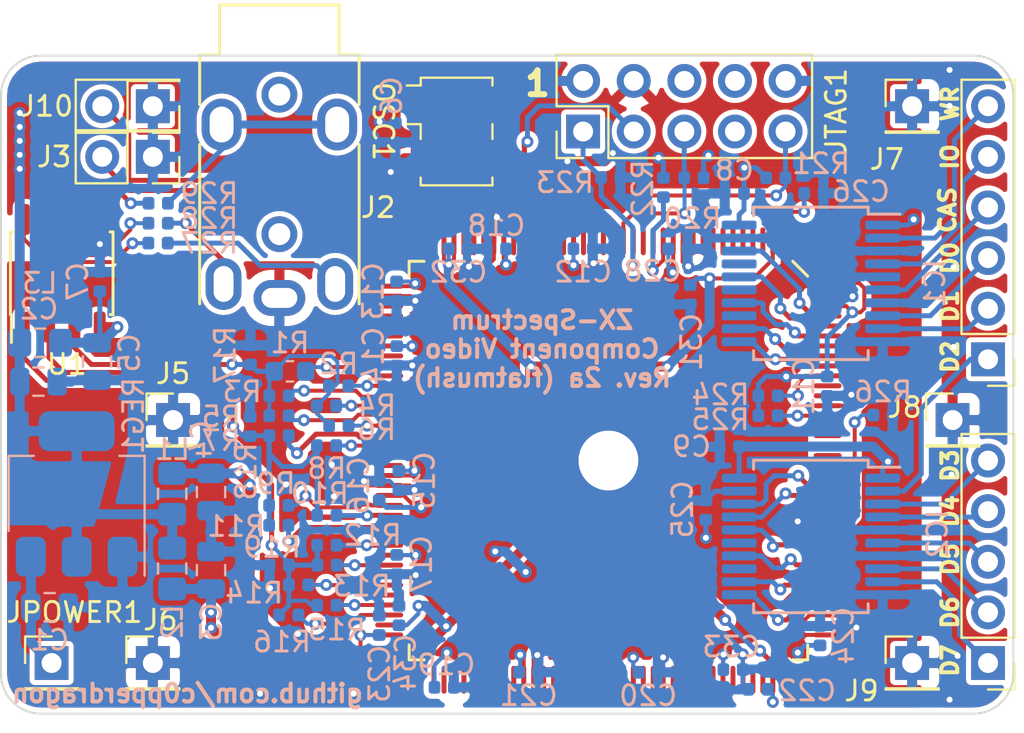
<source format=kicad_pcb>
(kicad_pcb (version 20171130) (host pcbnew 5.1.6-c6e7f7d~86~ubuntu19.10.1)
  (layers (0 F.Cu signal) (31 B.Cu signal) (34 B.Paste user) (35 F.Paste user) (36 B.SilkS user) (37 F.SilkS user) (38 B.Mask user) (39 F.Mask user) (44 Edge.Cuts user))
  (net 0 "")
  (net 1 /3V3A)
  (net 2 GND)
  (net 3 /WR)
  (net 4 /IOREQ)
  (net 5 /CAS)
  (net 6 /D0)
  (net 7 /D1)
  (net 8 /D1_3V)
  (net 9 /D0_3V)
  (net 10 "Net-(IC1-Pad13)")
  (net 11 /CAS_3V)
  (net 12 "Net-(IC1-Pad15)")
  (net 13 /IOREQ_3V)
  (net 14 "Net-(IC1-Pad17)")
  (net 15 /WR_3V)
  (net 16 /D2_3V)
  (net 17 /D3_3V)
  (net 18 /D4_3V)
  (net 19 "Net-(IC2-Pad15)")
  (net 20 /D5_3V)
  (net 21 "Net-(IC2-Pad13)")
  (net 22 /D6_3V)
  (net 23 /D7_3V)
  (net 24 /D7)
  (net 25 /D6)
  (net 26 /D5)
  (net 27 /D4)
  (net 28 /D3)
  (net 29 /D2)
  (net 30 /PR)
  (net 31 /PB)
  (net 32 /Y)
  (net 33 /3V3B)
  (net 34 /3V3C)
  (net 35 "Net-(U2-Pad3)")
  (net 36 "Net-(U2-Pad4)")
  (net 37 "Net-(U2-Pad5)")
  (net 38 "Net-(U2-Pad6)")
  (net 39 "Net-(U2-Pad7)")
  (net 40 "Net-(U2-Pad8)")
  (net 41 "Net-(U2-Pad9)")
  (net 42 "Net-(U2-Pad10)")
  (net 43 "Net-(R22-Pad1)")
  (net 44 "Net-(U2-Pad14)")
  (net 45 "Net-(JTAG1-Pad5)")
  (net 46 "Net-(JTAG1-Pad1)")
  (net 47 "Net-(JTAG1-Pad9)")
  (net 48 "Net-(JTAG1-Pad3)")
  (net 49 "Net-(U2-Pad19)")
  (net 50 "Net-(U2-Pad21)")
  (net 51 "Net-(U2-Pad23)")
  (net 52 "Net-(U2-Pad24)")
  (net 53 "Net-(OSC1-Pad3)")
  (net 54 "Net-(U2-Pad26)")
  (net 55 "Net-(U2-Pad27)")
  (net 56 "Net-(U2-Pad28)")
  (net 57 "Net-(U2-Pad33)")
  (net 58 "Net-(U2-Pad39)")
  (net 59 "Net-(U2-Pad40)")
  (net 60 "Net-(U2-Pad41)")
  (net 61 "Net-(U2-Pad42)")
  (net 62 "Net-(U2-Pad44)")
  (net 63 "Net-(R1-Pad1)")
  (net 64 "Net-(R2-Pad1)")
  (net 65 "Net-(R3-Pad1)")
  (net 66 "Net-(R4-Pad1)")
  (net 67 "Net-(R5-Pad1)")
  (net 68 "Net-(R6-Pad1)")
  (net 69 "Net-(R7-Pad1)")
  (net 70 "Net-(R8-Pad1)")
  (net 71 "Net-(U2-Pad54)")
  (net 72 "Net-(U2-Pad55)")
  (net 73 "Net-(R9-Pad1)")
  (net 74 "Net-(R10-Pad1)")
  (net 75 "Net-(R11-Pad1)")
  (net 76 "Net-(U2-Pad62)")
  (net 77 "Net-(R12-Pad1)")
  (net 78 "Net-(R13-Pad1)")
  (net 79 "Net-(R14-Pad1)")
  (net 80 "Net-(U2-Pad68)")
  (net 81 "Net-(R15-Pad1)")
  (net 82 "Net-(R16-Pad1)")
  (net 83 "Net-(U2-Pad74)")
  (net 84 "Net-(U2-Pad75)")
  (net 85 "Net-(U2-Pad76)")
  (net 86 "Net-(U2-Pad77)")
  (net 87 "Net-(U2-Pad81)")
  (net 88 "Net-(U2-Pad87)")
  (net 89 "Net-(U2-Pad88)")
  (net 90 "Net-(U2-Pad89)")
  (net 91 "Net-(U2-Pad90)")
  (net 92 "Net-(U2-Pad91)")
  (net 93 "Net-(U2-Pad92)")
  (net 94 "Net-(U2-Pad98)")
  (net 95 "Net-(U2-Pad100)")
  (net 96 "Net-(U2-Pad103)")
  (net 97 "Net-(R26-Pad2)")
  (net 98 "Net-(U2-Pad125)")
  (net 99 "Net-(U2-Pad126)")
  (net 100 "Net-(U2-Pad127)")
  (net 101 "Net-(U2-Pad128)")
  (net 102 "Net-(U2-Pad129)")
  (net 103 "Net-(U2-Pad130)")
  (net 104 "Net-(R25-Pad2)")
  (net 105 "Net-(U2-Pad134)")
  (net 106 "Net-(R24-Pad2)")
  (net 107 /3V3D)
  (net 108 +5V)
  (net 109 "Net-(JTAG1-Pad6)")
  (net 110 "Net-(JTAG1-Pad7)")
  (net 111 "Net-(JTAG1-Pad8)")
  (net 112 "Net-(R1-Pad2)")
  (net 113 "Net-(R10-Pad2)")
  (net 114 "Net-(R12-Pad2)")
  (net 115 "Net-(U2-Pad105)")
  (net 116 "Net-(U2-Pad106)")
  (net 117 /LINEDOUBLE)
  (net 118 "Net-(U2-Pad78)")
  (net 119 "Net-(U2-Pad79)")
  (net 120 "Net-(U2-Pad80)")
  (net 121 "Net-(U2-Pad84)")
  (net 122 "Net-(U2-Pad85)")
  (net 123 "Net-(U2-Pad86)")
  (net 124 "Net-(U2-Pad94)")
  (net 125 "Net-(U2-Pad95)")
  (net 126 "Net-(U2-Pad97)")
  (net 127 "Net-(U2-Pad99)")
  (net 128 "Net-(U2-Pad101)")
  (net 129 /PR2)
  (net 130 /PB2)
  (net 131 /Y2)
  (net 132 /RGBMODE)
  (module Capacitor_SMD:C_0402_1005Metric (layer B.Cu) (at 211.77 103.68)
    (fp_text reference C28 (at -1.27 1.12) (layer B.SilkS) (effects (justify mirror)))
    (fp_text value 100nF)
    (pad 2 smd roundrect (at 0.485 0) (size 0.59 0.64) (layers B.Cu B.Paste B.Mask) (net 2 GND))
    (pad 1 smd roundrect (at -0.485 0) (size 0.59 0.64) (layers B.Cu B.Paste B.Mask) (net 33 /3V3B))
  )
  (module Capacitor_SMD:C_0402_1005Metric (layer B.Cu) (at 218.59 100.89)
    (fp_text reference C26 (at 2.36 -0.09) (layer B.SilkS) (effects (justify mirror)))
    (fp_text value 100nF)
    (pad 2 smd roundrect (at 0.485 0) (size 0.59 0.64) (layers B.Cu B.Paste B.Mask) (net 2 GND))
    (pad 1 smd roundrect (at -0.485 0) (size 0.59 0.64) (layers B.Cu B.Paste B.Mask) (net 33 /3V3B))
  )
  (module Package_SO:SSOP-20_5.3x7.2mm_P0.65mm (layer B.Cu) (at 218.44 118.11 180)
    (fp_text reference IC2 (at -6.35 0.127 90) (layer B.SilkS) (effects (justify mirror)))
    (fp_text value LVC245A)
    (pad 20 smd roundrect (at 3.6 2.925 180) (size 1.75 0.45) (layers B.Cu B.Paste B.Mask) (net 1 /3V3A))
    (pad 19 smd roundrect (at 3.6 2.275 180) (size 1.75 0.45) (layers B.Cu B.Paste B.Mask) (net 2 GND))
    (pad 18 smd roundrect (at 3.6 1.625 180) (size 1.75 0.45) (layers B.Cu B.Paste B.Mask) (net 16 /D2_3V))
    (pad 17 smd roundrect (at 3.6 0.975 180) (size 1.75 0.45) (layers B.Cu B.Paste B.Mask) (net 17 /D3_3V))
    (pad 16 smd roundrect (at 3.6 0.325 180) (size 1.75 0.45) (layers B.Cu B.Paste B.Mask) (net 18 /D4_3V))
    (pad 15 smd roundrect (at 3.6 -0.325 180) (size 1.75 0.45) (layers B.Cu B.Paste B.Mask) (net 19 "Net-(IC2-Pad15)"))
    (pad 14 smd roundrect (at 3.6 -0.975 180) (size 1.75 0.45) (layers B.Cu B.Paste B.Mask) (net 20 /D5_3V))
    (pad 13 smd roundrect (at 3.6 -1.625 180) (size 1.75 0.45) (layers B.Cu B.Paste B.Mask) (net 21 "Net-(IC2-Pad13)"))
    (pad 12 smd roundrect (at 3.6 -2.275 180) (size 1.75 0.45) (layers B.Cu B.Paste B.Mask) (net 22 /D6_3V))
    (pad 11 smd roundrect (at 3.6 -2.925 180) (size 1.75 0.45) (layers B.Cu B.Paste B.Mask) (net 23 /D7_3V))
    (pad 10 smd roundrect (at -3.6 -2.925 180) (size 1.75 0.45) (layers B.Cu B.Paste B.Mask) (net 2 GND))
    (pad 9 smd roundrect (at -3.6 -2.275 180) (size 1.75 0.45) (layers B.Cu B.Paste B.Mask) (net 24 /D7))
    (pad 8 smd roundrect (at -3.6 -1.625 180) (size 1.75 0.45) (layers B.Cu B.Paste B.Mask) (net 25 /D6))
    (pad 7 smd roundrect (at -3.6 -0.975 180) (size 1.75 0.45) (layers B.Cu B.Paste B.Mask) (net 2 GND))
    (pad 6 smd roundrect (at -3.6 -0.325 180) (size 1.75 0.45) (layers B.Cu B.Paste B.Mask) (net 26 /D5))
    (pad 5 smd roundrect (at -3.6 0.325 180) (size 1.75 0.45) (layers B.Cu B.Paste B.Mask) (net 2 GND))
    (pad 4 smd roundrect (at -3.6 0.975 180) (size 1.75 0.45) (layers B.Cu B.Paste B.Mask) (net 27 /D4))
    (pad 3 smd roundrect (at -3.6 1.625 180) (size 1.75 0.45) (layers B.Cu B.Paste B.Mask) (net 28 /D3))
    (pad 2 smd roundrect (at -3.6 2.275 180) (size 1.75 0.45) (layers B.Cu B.Paste B.Mask) (net 29 /D2))
    (pad 1 smd roundrect (at -3.6 2.925 180) (size 1.75 0.45) (layers B.Cu B.Paste B.Mask) (net 1 /3V3A))
  )
  (module Package_SO:SSOP-20_5.3x7.2mm_P0.65mm (layer B.Cu) (at 218.44 105.41 180)
    (fp_text reference IC1 (at -6.223 0 90) (layer B.SilkS) (effects (justify mirror)))
    (fp_text value LVC245A)
    (pad 1 smd roundrect (at -3.6 2.925 180) (size 1.75 0.45) (layers B.Cu B.Paste B.Mask) (net 1 /3V3A))
    (pad 2 smd roundrect (at -3.6 2.275 180) (size 1.75 0.45) (layers B.Cu B.Paste B.Mask) (net 3 /WR))
    (pad 3 smd roundrect (at -3.6 1.625 180) (size 1.75 0.45) (layers B.Cu B.Paste B.Mask) (net 2 GND))
    (pad 4 smd roundrect (at -3.6 0.975 180) (size 1.75 0.45) (layers B.Cu B.Paste B.Mask) (net 4 /IOREQ))
    (pad 5 smd roundrect (at -3.6 0.325 180) (size 1.75 0.45) (layers B.Cu B.Paste B.Mask) (net 2 GND))
    (pad 6 smd roundrect (at -3.6 -0.325 180) (size 1.75 0.45) (layers B.Cu B.Paste B.Mask) (net 5 /CAS))
    (pad 7 smd roundrect (at -3.6 -0.975 180) (size 1.75 0.45) (layers B.Cu B.Paste B.Mask) (net 2 GND))
    (pad 8 smd roundrect (at -3.6 -1.625 180) (size 1.75 0.45) (layers B.Cu B.Paste B.Mask) (net 6 /D0))
    (pad 9 smd roundrect (at -3.6 -2.275 180) (size 1.75 0.45) (layers B.Cu B.Paste B.Mask) (net 7 /D1))
    (pad 10 smd roundrect (at -3.6 -2.925 180) (size 1.75 0.45) (layers B.Cu B.Paste B.Mask) (net 2 GND))
    (pad 11 smd roundrect (at 3.6 -2.925 180) (size 1.75 0.45) (layers B.Cu B.Paste B.Mask) (net 8 /D1_3V))
    (pad 12 smd roundrect (at 3.6 -2.275 180) (size 1.75 0.45) (layers B.Cu B.Paste B.Mask) (net 9 /D0_3V))
    (pad 13 smd roundrect (at 3.6 -1.625 180) (size 1.75 0.45) (layers B.Cu B.Paste B.Mask) (net 10 "Net-(IC1-Pad13)"))
    (pad 14 smd roundrect (at 3.6 -0.975 180) (size 1.75 0.45) (layers B.Cu B.Paste B.Mask) (net 11 /CAS_3V))
    (pad 15 smd roundrect (at 3.6 -0.325 180) (size 1.75 0.45) (layers B.Cu B.Paste B.Mask) (net 12 "Net-(IC1-Pad15)"))
    (pad 16 smd roundrect (at 3.6 0.325 180) (size 1.75 0.45) (layers B.Cu B.Paste B.Mask) (net 13 /IOREQ_3V))
    (pad 17 smd roundrect (at 3.6 0.975 180) (size 1.75 0.45) (layers B.Cu B.Paste B.Mask) (net 14 "Net-(IC1-Pad17)"))
    (pad 18 smd roundrect (at 3.6 1.625 180) (size 1.75 0.45) (layers B.Cu B.Paste B.Mask) (net 15 /WR_3V))
    (pad 19 smd roundrect (at 3.6 2.275 180) (size 1.75 0.45) (layers B.Cu B.Paste B.Mask) (net 2 GND))
    (pad 20 smd roundrect (at 3.6 2.925 180) (size 1.75 0.45) (layers B.Cu B.Paste B.Mask) (net 1 /3V3A))
  )
  (module Oscillator:Oscillator_SMD_EuroQuartz_XO53-4Pin_5.0x3.2mm_HandSoldering (layer F.Cu) (at 200.66 97.79 270)
    (fp_text reference OSC1 (at -0.508 3.683 90.1) (layer F.SilkS))
    (fp_text value LFSPXO024957)
    (pad 1 smd roundrect (at -1.34 1.4 270) (size 1.54 1.8) (layers F.Cu F.Paste F.Mask) (net 1 /3V3A))
    (pad 2 smd roundrect (at 1.34 1.4 270) (size 1.54 1.8) (layers F.Cu F.Paste F.Mask) (net 2 GND))
    (pad 3 smd roundrect (at 1.34 -1.4 270) (size 1.54 1.8) (layers F.Cu F.Paste F.Mask) (net 53 "Net-(OSC1-Pad3)"))
    (pad 4 smd roundrect (at -1.34 -1.4 270) (size 1.54 1.8) (layers F.Cu F.Paste F.Mask) (net 1 /3V3A))
  )
  (module Package_SO:SOIC-8_3.9x4.9mm_P1.27mm (layer F.Cu) (at 180.848 104.902 90)
    (fp_text reference U1 (at -4.572 0.254) (layer F.SilkS))
    (fp_text value THS7316)
    (pad 1 smd roundrect (at -2.7 -1.905 90) (size 1.55 0.6) (layers F.Cu F.Paste F.Mask) (net 114 "Net-(R12-Pad2)"))
    (pad 2 smd roundrect (at -2.7 -0.635 90) (size 1.55 0.6) (layers F.Cu F.Paste F.Mask) (net 113 "Net-(R10-Pad2)"))
    (pad 3 smd roundrect (at -2.7 0.635 90) (size 1.55 0.6) (layers F.Cu F.Paste F.Mask) (net 112 "Net-(R1-Pad2)"))
    (pad 4 smd roundrect (at -2.7 1.905 90) (size 1.55 0.6) (layers F.Cu F.Paste F.Mask) (net 107 /3V3D))
    (pad 5 smd roundrect (at 2.7 1.905 90) (size 1.55 0.6) (layers F.Cu F.Paste F.Mask) (net 2 GND))
    (pad 6 smd roundrect (at 2.7 0.635 90) (size 1.55 0.6) (layers F.Cu F.Paste F.Mask) (net 131 /Y2))
    (pad 7 smd roundrect (at 2.7 -0.635 90) (size 1.55 0.6) (layers F.Cu F.Paste F.Mask) (net 130 /PB2))
    (pad 8 smd roundrect (at 2.7 -1.905 90) (size 1.55 0.6) (layers F.Cu F.Paste F.Mask) (net 129 /PR2))
  )
  (module Package_TO_SOT_SMD:SOT-223 (layer B.Cu) (at 181.596 115.976 90)
    (fp_text reference REG1 (at 3.926 2.854 90) (layer B.SilkS) (effects (justify mirror)))
    (fp_text value LM1117IMPX-3.3)
    (pad 4 smd roundrect (at 3.15 0 90) (size 2 3.8) (layers B.Cu B.Paste B.Mask) (net 1 /3V3A))
    (pad 2 smd roundrect (at -3.15 0 90) (size 2 1.5) (layers B.Cu B.Paste B.Mask) (net 1 /3V3A))
    (pad 3 smd roundrect (at -3.15 -2.3 90) (size 2 1.5) (layers B.Cu B.Paste B.Mask) (net 108 +5V))
    (pad 1 smd roundrect (at -3.15 2.3 90) (size 2 1.5) (layers B.Cu B.Paste B.Mask) (net 2 GND))
  )
  (module footprints:QFP_144_GND (layer F.Cu) (at 208.28 114.3 270)
    (fp_text reference U2 hide)
    (fp_text value 10M02SCE144 hide)
    (pad 1 smd oval (at -11 -8.75) (size 0.25 1.4) (layers F.Cu F.Paste F.Mask) (net 33 /3V3B))
    (pad 2 smd oval (at -11 -8.25) (size 0.25 1.4) (layers F.Cu F.Paste F.Mask) (net 34 /3V3C))
    (pad 3 smd oval (at -11 -7.75) (size 0.25 1.4) (layers F.Cu F.Paste F.Mask) (net 35 "Net-(U2-Pad3)"))
    (pad 4 smd oval (at -11 -7.25) (size 0.25 1.4) (layers F.Cu F.Paste F.Mask) (net 36 "Net-(U2-Pad4)"))
    (pad 5 smd oval (at -11 -6.75) (size 0.25 1.4) (layers F.Cu F.Paste F.Mask) (net 37 "Net-(U2-Pad5)"))
    (pad 6 smd oval (at -11 -6.25) (size 0.25 1.4) (layers F.Cu F.Paste F.Mask) (net 38 "Net-(U2-Pad6)"))
    (pad 7 smd oval (at -11 -5.75) (size 0.25 1.4) (layers F.Cu F.Paste F.Mask) (net 39 "Net-(U2-Pad7)"))
    (pad 8 smd oval (at -11 -5.25) (size 0.25 1.4) (layers F.Cu F.Paste F.Mask) (net 40 "Net-(U2-Pad8)"))
    (pad 9 smd oval (at -11 -4.75) (size 0.25 1.4) (layers F.Cu F.Paste F.Mask) (net 41 "Net-(U2-Pad9)"))
    (pad 10 smd oval (at -11 -4.25) (size 0.25 1.4) (layers F.Cu F.Paste F.Mask) (net 42 "Net-(U2-Pad10)"))
    (pad 11 smd oval (at -11 -3.75) (size 0.25 1.4) (layers F.Cu F.Paste F.Mask) (net 2 GND))
    (pad 12 smd oval (at -11 -3.25) (size 0.25 1.4) (layers F.Cu F.Paste F.Mask) (net 33 /3V3B))
    (pad 13 smd oval (at -11 -2.75) (size 0.25 1.4) (layers F.Cu F.Paste F.Mask) (net 43 "Net-(R22-Pad1)"))
    (pad 14 smd oval (at -11 -2.25) (size 0.25 1.4) (layers F.Cu F.Paste F.Mask) (net 44 "Net-(U2-Pad14)"))
    (pad 15 smd oval (at -11 -1.75) (size 0.25 1.4) (layers F.Cu F.Paste F.Mask) (net 45 "Net-(JTAG1-Pad5)"))
    (pad 16 smd oval (at -11 -1.25) (size 0.25 1.4) (layers F.Cu F.Paste F.Mask) (net 46 "Net-(JTAG1-Pad1)"))
    (pad 17 smd oval (at -11 -0.75) (size 0.25 1.4) (layers F.Cu F.Paste F.Mask) (net 47 "Net-(JTAG1-Pad9)"))
    (pad 18 smd oval (at -11 -0.25) (size 0.25 1.4) (layers F.Cu F.Paste F.Mask) (net 48 "Net-(JTAG1-Pad3)"))
    (pad 19 smd oval (at -11 0.25) (size 0.25 1.4) (layers F.Cu F.Paste F.Mask) (net 49 "Net-(U2-Pad19)"))
    (pad 20 smd oval (at -11 0.75) (size 0.25 1.4) (layers F.Cu F.Paste F.Mask) (net 2 GND))
    (pad 21 smd oval (at -11 1.25) (size 0.25 1.4) (layers F.Cu F.Paste F.Mask) (net 50 "Net-(U2-Pad21)"))
    (pad 22 smd oval (at -11 1.75) (size 0.25 1.4) (layers F.Cu F.Paste F.Mask) (net 33 /3V3B))
    (pad 23 smd oval (at -11 2.25) (size 0.25 1.4) (layers F.Cu F.Paste F.Mask) (net 51 "Net-(U2-Pad23)"))
    (pad 24 smd oval (at -11 2.75) (size 0.25 1.4) (layers F.Cu F.Paste F.Mask) (net 52 "Net-(U2-Pad24)"))
    (pad 25 smd oval (at -11 3.25) (size 0.25 1.4) (layers F.Cu F.Paste F.Mask) (net 53 "Net-(OSC1-Pad3)"))
    (pad 26 smd oval (at -11 3.75) (size 0.25 1.4) (layers F.Cu F.Paste F.Mask) (net 54 "Net-(U2-Pad26)"))
    (pad 27 smd oval (at -11 4.25) (size 0.25 1.4) (layers F.Cu F.Paste F.Mask) (net 55 "Net-(U2-Pad27)"))
    (pad 28 smd oval (at -11 4.75) (size 0.25 1.4) (layers F.Cu F.Paste F.Mask) (net 56 "Net-(U2-Pad28)"))
    (pad 29 smd oval (at -11 5.25) (size 0.25 1.4) (layers F.Cu F.Paste F.Mask) (net 33 /3V3B))
    (pad 30 smd oval (at -11 5.75) (size 0.25 1.4) (layers F.Cu F.Paste F.Mask) (net 2 GND))
    (pad 31 smd oval (at -11 6.25) (size 0.25 1.4) (layers F.Cu F.Paste F.Mask) (net 117 /LINEDOUBLE))
    (pad 32 smd oval (at -11 6.75) (size 0.25 1.4) (layers F.Cu F.Paste F.Mask) (net 132 /RGBMODE))
    (pad 33 smd oval (at -11 7.25) (size 0.25 1.4) (layers F.Cu F.Paste F.Mask) (net 57 "Net-(U2-Pad33)"))
    (pad 34 smd oval (at -11 7.75) (size 0.25 1.4) (layers F.Cu F.Paste F.Mask) (net 34 /3V3C))
    (pad 35 smd oval (at -11 8.25) (size 0.25 1.4) (layers F.Cu F.Paste F.Mask) (net 34 /3V3C))
    (pad 36 smd oval (at -11 8.75) (size 0.25 1.4) (layers F.Cu F.Paste F.Mask) (net 33 /3V3B))
    (pad 37 smd oval (at -8.75 11 270) (size 0.25 1.4) (layers F.Cu F.Paste F.Mask) (net 33 /3V3B))
    (pad 38 smd oval (at -8.25 11 270) (size 0.25 1.4) (layers F.Cu F.Paste F.Mask) (net 2 GND))
    (pad 39 smd oval (at -7.75 11 270) (size 0.25 1.4) (layers F.Cu F.Paste F.Mask) (net 58 "Net-(U2-Pad39)"))
    (pad 40 smd oval (at -7.25 11 270) (size 0.25 1.4) (layers F.Cu F.Paste F.Mask) (net 59 "Net-(U2-Pad40)"))
    (pad 41 smd oval (at -6.75 11 270) (size 0.25 1.4) (layers F.Cu F.Paste F.Mask) (net 60 "Net-(U2-Pad41)"))
    (pad 42 smd oval (at -6.25 11 270) (size 0.25 1.4) (layers F.Cu F.Paste F.Mask) (net 61 "Net-(U2-Pad42)"))
    (pad 43 smd oval (at -5.75 11 270) (size 0.25 1.4) (layers F.Cu F.Paste F.Mask) (net 33 /3V3B))
    (pad 44 smd oval (at -5.25 11 270) (size 0.25 1.4) (layers F.Cu F.Paste F.Mask) (net 62 "Net-(U2-Pad44)"))
    (pad 45 smd oval (at -4.75 11 270) (size 0.25 1.4) (layers F.Cu F.Paste F.Mask) (net 2 GND))
    (pad 46 smd oval (at -4.25 11 270) (size 0.25 1.4) (layers F.Cu F.Paste F.Mask) (net 63 "Net-(R1-Pad1)"))
    (pad 47 smd oval (at -3.75 11 270) (size 0.25 1.4) (layers F.Cu F.Paste F.Mask) (net 64 "Net-(R2-Pad1)"))
    (pad 48 smd oval (at -3.25 11 270) (size 0.25 1.4) (layers F.Cu F.Paste F.Mask) (net 65 "Net-(R3-Pad1)"))
    (pad 49 smd oval (at -2.75 11 270) (size 0.25 1.4) (layers F.Cu F.Paste F.Mask) (net 66 "Net-(R4-Pad1)"))
    (pad 50 smd oval (at -2.25 11 270) (size 0.25 1.4) (layers F.Cu F.Paste F.Mask) (net 67 "Net-(R5-Pad1)"))
    (pad 51 smd oval (at -1.75 11 270) (size 0.25 1.4) (layers F.Cu F.Paste F.Mask) (net 68 "Net-(R6-Pad1)"))
    (pad 52 smd oval (at -1.25 11 270) (size 0.25 1.4) (layers F.Cu F.Paste F.Mask) (net 69 "Net-(R7-Pad1)"))
    (pad 53 smd oval (at -0.75 11 270) (size 0.25 1.4) (layers F.Cu F.Paste F.Mask) (net 70 "Net-(R8-Pad1)"))
    (pad 54 smd oval (at -0.25 11 270) (size 0.25 1.4) (layers F.Cu F.Paste F.Mask) (net 71 "Net-(U2-Pad54)"))
    (pad 55 smd oval (at 0.25 11 270) (size 0.25 1.4) (layers F.Cu F.Paste F.Mask) (net 72 "Net-(U2-Pad55)"))
    (pad 56 smd oval (at 0.75 11 270) (size 0.25 1.4) (layers F.Cu F.Paste F.Mask) (net 33 /3V3B))
    (pad 57 smd oval (at 1.25 11 270) (size 0.25 1.4) (layers F.Cu F.Paste F.Mask) (net 2 GND))
    (pad 58 smd oval (at 1.75 11 270) (size 0.25 1.4) (layers F.Cu F.Paste F.Mask) (net 33 /3V3B))
    (pad 59 smd oval (at 2.25 11 270) (size 0.25 1.4) (layers F.Cu F.Paste F.Mask) (net 73 "Net-(R9-Pad1)"))
    (pad 60 smd oval (at 2.75 11 270) (size 0.25 1.4) (layers F.Cu F.Paste F.Mask) (net 74 "Net-(R10-Pad1)"))
    (pad 61 smd oval (at 3.25 11 270) (size 0.25 1.4) (layers F.Cu F.Paste F.Mask) (net 75 "Net-(R11-Pad1)"))
    (pad 62 smd oval (at 3.75 11 270) (size 0.25 1.4) (layers F.Cu F.Paste F.Mask) (net 76 "Net-(U2-Pad62)"))
    (pad 63 smd oval (at 4.25 11 270) (size 0.25 1.4) (layers F.Cu F.Paste F.Mask) (net 77 "Net-(R12-Pad1)"))
    (pad 64 smd oval (at 4.75 11 270) (size 0.25 1.4) (layers F.Cu F.Paste F.Mask) (net 33 /3V3B))
    (pad 65 smd oval (at 5.25 11 270) (size 0.25 1.4) (layers F.Cu F.Paste F.Mask) (net 78 "Net-(R13-Pad1)"))
    (pad 66 smd oval (at 5.75 11 270) (size 0.25 1.4) (layers F.Cu F.Paste F.Mask) (net 2 GND))
    (pad 67 smd oval (at 6.25 11 270) (size 0.25 1.4) (layers F.Cu F.Paste F.Mask) (net 79 "Net-(R14-Pad1)"))
    (pad 68 smd oval (at 6.75 11 270) (size 0.25 1.4) (layers F.Cu F.Paste F.Mask) (net 80 "Net-(U2-Pad68)"))
    (pad 69 smd oval (at 7.25 11 270) (size 0.25 1.4) (layers F.Cu F.Paste F.Mask) (net 81 "Net-(R15-Pad1)"))
    (pad 70 smd oval (at 7.75 11 270) (size 0.25 1.4) (layers F.Cu F.Paste F.Mask) (net 82 "Net-(R16-Pad1)"))
    (pad 71 smd oval (at 8.25 11 270) (size 0.25 1.4) (layers F.Cu F.Paste F.Mask) (net 34 /3V3C))
    (pad 72 smd oval (at 8.75 11 270) (size 0.25 1.4) (layers F.Cu F.Paste F.Mask) (net 33 /3V3B))
    (pad 73 smd oval (at 11 8.75) (size 0.25 1.4) (layers F.Cu F.Paste F.Mask) (net 33 /3V3B))
    (pad 74 smd oval (at 11 8.25) (size 0.25 1.4) (layers F.Cu F.Paste F.Mask) (net 83 "Net-(U2-Pad74)"))
    (pad 75 smd oval (at 11 7.75) (size 0.25 1.4) (layers F.Cu F.Paste F.Mask) (net 84 "Net-(U2-Pad75)"))
    (pad 76 smd oval (at 11 7.25) (size 0.25 1.4) (layers F.Cu F.Paste F.Mask) (net 85 "Net-(U2-Pad76)"))
    (pad 77 smd oval (at 11 6.75) (size 0.25 1.4) (layers F.Cu F.Paste F.Mask) (net 86 "Net-(U2-Pad77)"))
    (pad 78 smd oval (at 11 6.25) (size 0.25 1.4) (layers F.Cu F.Paste F.Mask) (net 118 "Net-(U2-Pad78)"))
    (pad 79 smd oval (at 11 5.75) (size 0.25 1.4) (layers F.Cu F.Paste F.Mask) (net 119 "Net-(U2-Pad79)"))
    (pad 80 smd oval (at 11 5.25) (size 0.25 1.4) (layers F.Cu F.Paste F.Mask) (net 120 "Net-(U2-Pad80)"))
    (pad 81 smd oval (at 11 4.75) (size 0.25 1.4) (layers F.Cu F.Paste F.Mask) (net 87 "Net-(U2-Pad81)"))
    (pad 82 smd oval (at 11 4.25) (size 0.25 1.4) (layers F.Cu F.Paste F.Mask) (net 33 /3V3B))
    (pad 83 smd oval (at 11 3.75) (size 0.25 1.4) (layers F.Cu F.Paste F.Mask) (net 2 GND))
    (pad 84 smd oval (at 11 3.25) (size 0.25 1.4) (layers F.Cu F.Paste F.Mask) (net 121 "Net-(U2-Pad84)"))
    (pad 85 smd oval (at 11 2.75) (size 0.25 1.4) (layers F.Cu F.Paste F.Mask) (net 122 "Net-(U2-Pad85)"))
    (pad 86 smd oval (at 11 2.25) (size 0.25 1.4) (layers F.Cu F.Paste F.Mask) (net 123 "Net-(U2-Pad86)"))
    (pad 87 smd oval (at 11 1.75) (size 0.25 1.4) (layers F.Cu F.Paste F.Mask) (net 88 "Net-(U2-Pad87)"))
    (pad 88 smd oval (at 11 1.25) (size 0.25 1.4) (layers F.Cu F.Paste F.Mask) (net 89 "Net-(U2-Pad88)"))
    (pad 89 smd oval (at 11 0.75) (size 0.25 1.4) (layers F.Cu F.Paste F.Mask) (net 90 "Net-(U2-Pad89)"))
    (pad 90 smd oval (at 11 0.25) (size 0.25 1.4) (layers F.Cu F.Paste F.Mask) (net 91 "Net-(U2-Pad90)"))
    (pad 91 smd oval (at 11 -0.25) (size 0.25 1.4) (layers F.Cu F.Paste F.Mask) (net 92 "Net-(U2-Pad91)"))
    (pad 92 smd oval (at 11 -0.75) (size 0.25 1.4) (layers F.Cu F.Paste F.Mask) (net 93 "Net-(U2-Pad92)"))
    (pad 93 smd oval (at 11 -1.25) (size 0.25 1.4) (layers F.Cu F.Paste F.Mask) (net 33 /3V3B))
    (pad 94 smd oval (at 11 -1.75) (size 0.25 1.4) (layers F.Cu F.Paste F.Mask) (net 124 "Net-(U2-Pad94)"))
    (pad 95 smd oval (at 11 -2.25) (size 0.25 1.4) (layers F.Cu F.Paste F.Mask) (net 125 "Net-(U2-Pad95)"))
    (pad 96 smd oval (at 11 -2.75) (size 0.25 1.4) (layers F.Cu F.Paste F.Mask) (net 2 GND))
    (pad 97 smd oval (at 11 -3.25) (size 0.25 1.4) (layers F.Cu F.Paste F.Mask) (net 126 "Net-(U2-Pad97)"))
    (pad 98 smd oval (at 11 -3.75) (size 0.25 1.4) (layers F.Cu F.Paste F.Mask) (net 94 "Net-(U2-Pad98)"))
    (pad 99 smd oval (at 11 -4.25) (size 0.25 1.4) (layers F.Cu F.Paste F.Mask) (net 127 "Net-(U2-Pad99)"))
    (pad 100 smd oval (at 11 -4.75) (size 0.25 1.4) (layers F.Cu F.Paste F.Mask) (net 95 "Net-(U2-Pad100)"))
    (pad 101 smd oval (at 11 -5.25) (size 0.25 1.4) (layers F.Cu F.Paste F.Mask) (net 128 "Net-(U2-Pad101)"))
    (pad 102 smd oval (at 11 -5.75) (size 0.25 1.4) (layers F.Cu F.Paste F.Mask) (net 33 /3V3B))
    (pad 103 smd oval (at 11 -6.25) (size 0.25 1.4) (layers F.Cu F.Paste F.Mask) (net 96 "Net-(U2-Pad103)"))
    (pad 104 smd oval (at 11 -6.75) (size 0.25 1.4) (layers F.Cu F.Paste F.Mask) (net 2 GND))
    (pad 105 smd oval (at 11 -7.25) (size 0.25 1.4) (layers F.Cu F.Paste F.Mask) (net 115 "Net-(U2-Pad105)"))
    (pad 106 smd oval (at 11 -7.75) (size 0.25 1.4) (layers F.Cu F.Paste F.Mask) (net 116 "Net-(U2-Pad106)"))
    (pad 107 smd oval (at 11 -8.25) (size 0.25 1.4) (layers F.Cu F.Paste F.Mask) (net 34 /3V3C))
    (pad 108 smd oval (at 11 -8.75) (size 0.25 1.4) (layers F.Cu F.Paste F.Mask) (net 33 /3V3B))
    (pad 109 smd oval (at 8.75 -11 270) (size 0.25 1.4) (layers F.Cu F.Paste F.Mask) (net 33 /3V3B))
    (pad 110 smd oval (at 8.25 -11 270) (size 0.25 1.4) (layers F.Cu F.Paste F.Mask) (net 2 GND))
    (pad 111 smd oval (at 7.75 -11 270) (size 0.25 1.4) (layers F.Cu F.Paste F.Mask) (net 33 /3V3B))
    (pad 112 smd oval (at 7.25 -11 270) (size 0.25 1.4) (layers F.Cu F.Paste F.Mask) (net 23 /D7_3V))
    (pad 113 smd oval (at 6.75 -11 270) (size 0.25 1.4) (layers F.Cu F.Paste F.Mask) (net 33 /3V3B))
    (pad 114 smd oval (at 6.25 -11 270) (size 0.25 1.4) (layers F.Cu F.Paste F.Mask) (net 22 /D6_3V))
    (pad 115 smd oval (at 5.75 -11 270) (size 0.25 1.4) (layers F.Cu F.Paste F.Mask) (net 33 /3V3B))
    (pad 116 smd oval (at 5.25 -11 270) (size 0.25 1.4) (layers F.Cu F.Paste F.Mask) (net 20 /D5_3V))
    (pad 117 smd oval (at 4.75 -11 270) (size 0.25 1.4) (layers F.Cu F.Paste F.Mask) (net 18 /D4_3V))
    (pad 118 smd oval (at 4.25 -11 270) (size 0.25 1.4) (layers F.Cu F.Paste F.Mask) (net 33 /3V3B))
    (pad 119 smd oval (at 3.75 -11 270) (size 0.25 1.4) (layers F.Cu F.Paste F.Mask) (net 2 GND))
    (pad 120 smd oval (at 3.25 -11 270) (size 0.25 1.4) (layers F.Cu F.Paste F.Mask) (net 97 "Net-(R26-Pad2)"))
    (pad 121 smd oval (at 2.75 -11 270) (size 0.25 1.4) (layers F.Cu F.Paste F.Mask) (net 33 /3V3B))
    (pad 122 smd oval (at 2.25 -11 270) (size 0.25 1.4) (layers F.Cu F.Paste F.Mask) (net 33 /3V3B))
    (pad 123 smd oval (at 1.75 -11 270) (size 0.25 1.4) (layers F.Cu F.Paste F.Mask) (net 17 /D3_3V))
    (pad 124 smd oval (at 1.25 -11 270) (size 0.25 1.4) (layers F.Cu F.Paste F.Mask) (net 16 /D2_3V))
    (pad 125 smd oval (at 0.75 -11 270) (size 0.25 1.4) (layers F.Cu F.Paste F.Mask) (net 98 "Net-(U2-Pad125)"))
    (pad 126 smd oval (at 0.25 -11 270) (size 0.25 1.4) (layers F.Cu F.Paste F.Mask) (net 99 "Net-(U2-Pad126)"))
    (pad 127 smd oval (at -0.25 -11 270) (size 0.25 1.4) (layers F.Cu F.Paste F.Mask) (net 100 "Net-(U2-Pad127)"))
    (pad 128 smd oval (at -0.75 -11 270) (size 0.25 1.4) (layers F.Cu F.Paste F.Mask) (net 101 "Net-(U2-Pad128)"))
    (pad 129 smd oval (at -1.25 -11 270) (size 0.25 1.4) (layers F.Cu F.Paste F.Mask) (net 102 "Net-(U2-Pad129)"))
    (pad 130 smd oval (at -1.75 -11 270) (size 0.25 1.4) (layers F.Cu F.Paste F.Mask) (net 103 "Net-(U2-Pad130)"))
    (pad 131 smd oval (at -2.25 -11 270) (size 0.25 1.4) (layers F.Cu F.Paste F.Mask) (net 104 "Net-(R25-Pad2)"))
    (pad 132 smd oval (at -2.75 -11 270) (size 0.25 1.4) (layers F.Cu F.Paste F.Mask) (net 33 /3V3B))
    (pad 133 smd oval (at -3.25 -11 270) (size 0.25 1.4) (layers F.Cu F.Paste F.Mask) (net 2 GND))
    (pad 134 smd oval (at -3.75 -11 270) (size 0.25 1.4) (layers F.Cu F.Paste F.Mask) (net 105 "Net-(U2-Pad134)"))
    (pad 135 smd oval (at -4.25 -11 270) (size 0.25 1.4) (layers F.Cu F.Paste F.Mask) (net 106 "Net-(R24-Pad2)"))
    (pad 136 smd oval (at -4.75 -11 270) (size 0.25 1.4) (layers F.Cu F.Paste F.Mask) (net 33 /3V3B))
    (pad 137 smd oval (at -5.25 -11 270) (size 0.25 1.4) (layers F.Cu F.Paste F.Mask) (net 8 /D1_3V))
    (pad 138 smd oval (at -5.75 -11 270) (size 0.25 1.4) (layers F.Cu F.Paste F.Mask) (net 9 /D0_3V))
    (pad 139 smd oval (at -6.25 -11 270) (size 0.25 1.4) (layers F.Cu F.Paste F.Mask) (net 11 /CAS_3V))
    (pad 140 smd oval (at -6.75 -11 270) (size 0.25 1.4) (layers F.Cu F.Paste F.Mask) (net 13 /IOREQ_3V))
    (pad 141 smd oval (at -7.25 -11 270) (size 0.25 1.4) (layers F.Cu F.Paste F.Mask) (net 15 /WR_3V))
    (pad 142 smd oval (at -7.75 -11 270) (size 0.25 1.4) (layers F.Cu F.Paste F.Mask) (net 33 /3V3B))
    (pad 143 smd oval (at -8.25 -11 270) (size 0.25 1.4) (layers F.Cu F.Paste F.Mask) (net 2 GND))
    (pad 144 smd oval (at -8.75 -11 270) (size 0.25 1.4) (layers F.Cu F.Paste F.Mask) (net 33 /3V3B))
    (pad 145 smd roundrect (at 0 0 270) (size 6 6) (layers F.Cu F.Paste F.Mask) (net 2 GND))
  )
  (module Resistor_SMD:R_0402_1005Metric (layer B.Cu) (at 185.69 101.39 180)
    (fp_text reference R29 (at -2.56 0.49) (layer B.SilkS) (effects (justify mirror)))
    (fp_text value 75)
    (pad 2 smd roundrect (at 0.485 0 180) (size 0.59 0.64) (layers B.Cu B.Paste B.Mask) (net 131 /Y2))
    (pad 1 smd roundrect (at -0.485 0 180) (size 0.59 0.64) (layers B.Cu B.Paste B.Mask) (net 32 /Y))
  )
  (module Resistor_SMD:R_0402_1005Metric (layer B.Cu) (at 185.685 102.39 180)
    (fp_text reference R28 (at -2.565 0.24) (layer B.SilkS) (effects (justify mirror)))
    (fp_text value 75)
    (pad 2 smd roundrect (at 0.485 0 180) (size 0.59 0.64) (layers B.Cu B.Paste B.Mask) (net 130 /PB2))
    (pad 1 smd roundrect (at -0.485 0 180) (size 0.59 0.64) (layers B.Cu B.Paste B.Mask) (net 31 /PB))
  )
  (module Resistor_SMD:R_0402_1005Metric (layer B.Cu) (at 185.68 103.39 180)
    (fp_text reference R27 (at -2.57 -0.01) (layer B.SilkS) (effects (justify mirror)))
    (fp_text value 75)
    (pad 2 smd roundrect (at 0.485 0 180) (size 0.59 0.64) (layers B.Cu B.Paste B.Mask) (net 129 /PR2))
    (pad 1 smd roundrect (at -0.485 0 180) (size 0.59 0.64) (layers B.Cu B.Paste B.Mask) (net 30 /PR))
  )
  (module Resistor_SMD:R_0402_1005Metric (layer B.Cu) (at 222.06 112.02 180)
    (fp_text reference R26 (at 0 1.17 180) (layer B.SilkS) (effects (justify mirror)))
    (fp_text value 10k)
    (pad 2 smd roundrect (at 0.485 0 180) (size 0.59 0.64) (layers B.Cu B.Paste B.Mask) (net 97 "Net-(R26-Pad2)"))
    (pad 1 smd roundrect (at -0.485 0 180) (size 0.59 0.64) (layers B.Cu B.Paste B.Mask) (net 2 GND))
  )
  (module Resistor_SMD:R_0402_1005Metric (layer B.Cu) (at 216.29 112.05)
    (fp_text reference R25 (at -2.39 0.2 180) (layer B.SilkS) (effects (justify mirror)))
    (fp_text value 10k)
    (pad 2 smd roundrect (at 0.485 0) (size 0.59 0.64) (layers B.Cu B.Paste B.Mask) (net 104 "Net-(R25-Pad2)"))
    (pad 1 smd roundrect (at -0.485 0) (size 0.59 0.64) (layers B.Cu B.Paste B.Mask) (net 33 /3V3B))
  )
  (module Resistor_SMD:R_0402_1005Metric (layer B.Cu) (at 216.29 111.05)
    (fp_text reference R24 (at -2.39 -0.05 180) (layer B.SilkS) (effects (justify mirror)))
    (fp_text value 10k)
    (pad 2 smd roundrect (at 0.485 0) (size 0.59 0.64) (layers B.Cu B.Paste B.Mask) (net 106 "Net-(R24-Pad2)"))
    (pad 1 smd roundrect (at -0.485 0) (size 0.59 0.64) (layers B.Cu B.Paste B.Mask) (net 33 /3V3B))
  )
  (module Resistor_SMD:R_0402_1005Metric (layer B.Cu) (at 208.4 100.1 180)
    (fp_text reference R23 (at 2.3 -0.25) (layer B.SilkS) (effects (justify mirror)))
    (fp_text value 10k)
    (pad 2 smd roundrect (at 0.485 0 180) (size 0.59 0.64) (layers B.Cu B.Paste B.Mask) (net 46 "Net-(JTAG1-Pad1)"))
    (pad 1 smd roundrect (at -0.485 0 180) (size 0.59 0.64) (layers B.Cu B.Paste B.Mask) (net 2 GND))
  )
  (module Resistor_SMD:R_0402_1005Metric (layer B.Cu) (at 211.04 100.6 90)
    (fp_text reference R22 (at -0.05 -1.04 90) (layer B.SilkS) (effects (justify mirror)))
    (fp_text value 10k)
    (pad 2 smd roundrect (at 0.485 0 90) (size 0.59 0.64) (layers B.Cu B.Paste B.Mask) (net 1 /3V3A))
    (pad 1 smd roundrect (at -0.485 0 90) (size 0.59 0.64) (layers B.Cu B.Paste B.Mask) (net 43 "Net-(R22-Pad1)"))
  )
  (module Resistor_SMD:R_0402_1005Metric (layer B.Cu) (at 216.68 100.11 180)
    (fp_text reference R21 (at -2.27 0.71) (layer B.SilkS) (effects (justify mirror)))
    (fp_text value 10k)
    (pad 2 smd roundrect (at 0.485 0 180) (size 0.59 0.64) (layers B.Cu B.Paste B.Mask) (net 1 /3V3A))
    (pad 1 smd roundrect (at -0.485 0 180) (size 0.59 0.64) (layers B.Cu B.Paste B.Mask) (net 47 "Net-(JTAG1-Pad9)"))
  )
  (module Resistor_SMD:R_0402_1005Metric (layer B.Cu) (at 212.57 100.11)
    (fp_text reference R20 (at -0.07 2.04) (layer B.SilkS) (effects (justify mirror)))
    (fp_text value 10k)
    (pad 2 smd roundrect (at 0.485 0) (size 0.59 0.64) (layers B.Cu B.Paste B.Mask) (net 1 /3V3A))
    (pad 1 smd roundrect (at -0.485 0) (size 0.59 0.64) (layers B.Cu B.Paste B.Mask) (net 45 "Net-(JTAG1-Pad5)"))
  )
  (module Resistor_SMD:R_0402_1005Metric (layer B.Cu) (at 191.76 119.55 180)
    (fp_text reference R19 (at 0.36 0.9 180) (layer B.SilkS) (effects (justify mirror)))
    (fp_text value 150)
    (pad 2 smd roundrect (at 0.485 0 180) (size 0.59 0.64) (layers B.Cu B.Paste B.Mask) (net 2 GND))
    (pad 1 smd roundrect (at -0.485 0 180) (size 0.59 0.64) (layers B.Cu B.Paste B.Mask) (net 114 "Net-(R12-Pad2)"))
  )
  (module Resistor_SMD:R_0402_1005Metric (layer B.Cu) (at 190.3 112.59 90)
    (fp_text reference R18 (at -2.26 -0.2 90) (layer B.SilkS) (effects (justify mirror)))
    (fp_text value 150)
    (pad 2 smd roundrect (at 0.485 0 90) (size 0.59 0.64) (layers B.Cu B.Paste B.Mask) (net 2 GND))
    (pad 1 smd roundrect (at -0.485 0 90) (size 0.59 0.64) (layers B.Cu B.Paste B.Mask) (net 113 "Net-(R10-Pad2)"))
  )
  (module Resistor_SMD:R_0402_1005Metric (layer B.Cu) (at 190.32 109 90)
    (fp_text reference R17 (at 0 -1.27 90) (layer B.SilkS) (effects (justify mirror)))
    (fp_text value 150)
    (pad 2 smd roundrect (at 0.485 0 90) (size 0.59 0.64) (layers B.Cu B.Paste B.Mask) (net 2 GND))
    (pad 1 smd roundrect (at -0.485 0 90) (size 0.59 0.64) (layers B.Cu B.Paste B.Mask) (net 112 "Net-(R1-Pad2)"))
  )
  (module Resistor_SMD:R_0402_1005Metric (layer B.Cu) (at 192.24 122.05 180)
    (fp_text reference R16 (at 0.34 -1.35) (layer B.SilkS) (effects (justify mirror)))
    (fp_text value 16k)
    (pad 2 smd roundrect (at 0.485 0 180) (size 0.59 0.64) (layers B.Cu B.Paste B.Mask) (net 114 "Net-(R12-Pad2)"))
    (pad 1 smd roundrect (at -0.485 0 180) (size 0.59 0.64) (layers B.Cu B.Paste B.Mask) (net 82 "Net-(R16-Pad1)"))
  )
  (module Resistor_SMD:R_0402_1005Metric (layer B.Cu) (at 194.15 121.56 180)
    (fp_text reference R15 (at -0.5 -1.24) (layer B.SilkS) (effects (justify mirror)))
    (fp_text value 8k)
    (pad 2 smd roundrect (at 0.485 0 180) (size 0.59 0.64) (layers B.Cu B.Paste B.Mask) (net 114 "Net-(R12-Pad2)"))
    (pad 1 smd roundrect (at -0.485 0 180) (size 0.59 0.64) (layers B.Cu B.Paste B.Mask) (net 81 "Net-(R15-Pad1)"))
  )
  (module Resistor_SMD:R_0402_1005Metric (layer B.Cu) (at 192.73 120.54 180)
    (fp_text reference R14 (at 2.23 -0.41) (layer B.SilkS) (effects (justify mirror)))
    (fp_text value 4k)
    (pad 2 smd roundrect (at 0.485 0 180) (size 0.59 0.64) (layers B.Cu B.Paste B.Mask) (net 114 "Net-(R12-Pad2)"))
    (pad 1 smd roundrect (at -0.485 0 180) (size 0.59 0.64) (layers B.Cu B.Paste B.Mask) (net 79 "Net-(R14-Pad1)"))
  )
  (module Resistor_SMD:R_0402_1005Metric (layer B.Cu) (at 194.16 119.55 180)
    (fp_text reference R13 (at -1.74 -1.05) (layer B.SilkS) (effects (justify mirror)))
    (fp_text value 2k)
    (pad 2 smd roundrect (at 0.485 0 180) (size 0.59 0.64) (layers B.Cu B.Paste B.Mask) (net 114 "Net-(R12-Pad2)"))
    (pad 1 smd roundrect (at -0.485 0 180) (size 0.59 0.64) (layers B.Cu B.Paste B.Mask) (net 78 "Net-(R13-Pad1)"))
  )
  (module Resistor_SMD:R_0402_1005Metric (layer B.Cu) (at 194.155 118.55 180)
    (fp_text reference R12 (at -2.295 0.5) (layer B.SilkS) (effects (justify mirror)))
    (fp_text value 1k)
    (pad 2 smd roundrect (at 0.485 0 180) (size 0.59 0.64) (layers B.Cu B.Paste B.Mask) (net 114 "Net-(R12-Pad2)"))
    (pad 1 smd roundrect (at -0.485 0 180) (size 0.59 0.64) (layers B.Cu B.Paste B.Mask) (net 77 "Net-(R12-Pad1)"))
  )
  (module Resistor_SMD:R_0402_1005Metric (layer B.Cu) (at 191.74 117.55 180)
    (fp_text reference R11 (at 2.14 -0.05) (layer B.SilkS) (effects (justify mirror)))
    (fp_text value 16k)
    (pad 2 smd roundrect (at 0.485 0 180) (size 0.59 0.64) (layers B.Cu B.Paste B.Mask) (net 113 "Net-(R10-Pad2)"))
    (pad 1 smd roundrect (at -0.485 0 180) (size 0.59 0.64) (layers B.Cu B.Paste B.Mask) (net 75 "Net-(R11-Pad1)"))
  )
  (module Resistor_SMD:R_0402_1005Metric (layer B.Cu) (at 194.15 117.05 180)
    (fp_text reference R10 (at 0.35 1.1) (layer B.SilkS) (effects (justify mirror)))
    (fp_text value 8k)
    (pad 2 smd roundrect (at 0.485 0 180) (size 0.59 0.64) (layers B.Cu B.Paste B.Mask) (net 113 "Net-(R10-Pad2)"))
    (pad 1 smd roundrect (at -0.485 0 180) (size 0.59 0.64) (layers B.Cu B.Paste B.Mask) (net 74 "Net-(R10-Pad1)"))
  )
  (module Resistor_SMD:R_0402_1005Metric (layer B.Cu) (at 191.74 116.55 180)
    (fp_text reference R9 (at 0.14 1.1) (layer B.SilkS) (effects (justify mirror)))
    (fp_text value 4k)
    (pad 2 smd roundrect (at 0.485 0 180) (size 0.59 0.64) (layers B.Cu B.Paste B.Mask) (net 113 "Net-(R10-Pad2)"))
    (pad 1 smd roundrect (at -0.485 0 180) (size 0.59 0.64) (layers B.Cu B.Paste B.Mask) (net 73 "Net-(R9-Pad1)"))
  )
  (module Resistor_SMD:R_0402_1005Metric (layer B.Cu) (at 194.135 113.55 180)
    (fp_text reference R8 (at -0.015 -1.15) (layer B.SilkS) (effects (justify mirror)))
    (fp_text value 2k)
    (pad 2 smd roundrect (at 0.485 0 180) (size 0.59 0.64) (layers B.Cu B.Paste B.Mask) (net 113 "Net-(R10-Pad2)"))
    (pad 1 smd roundrect (at -0.485 0 180) (size 0.59 0.64) (layers B.Cu B.Paste B.Mask) (net 70 "Net-(R8-Pad1)"))
  )
  (module Resistor_SMD:R_0402_1005Metric (layer B.Cu) (at 191.75 113.05 180)
    (fp_text reference R7 (at 2.9 -0.25) (layer B.SilkS) (effects (justify mirror)))
    (fp_text value 1k)
    (pad 2 smd roundrect (at 0.485 0 180) (size 0.59 0.64) (layers B.Cu B.Paste B.Mask) (net 113 "Net-(R10-Pad2)"))
    (pad 1 smd roundrect (at -0.485 0 180) (size 0.59 0.64) (layers B.Cu B.Paste B.Mask) (net 69 "Net-(R7-Pad1)"))
  )
  (module Resistor_SMD:R_0402_1005Metric (layer B.Cu) (at 194.75 112.55 180)
    (fp_text reference R6 (at -1.9 -0.2) (layer B.SilkS) (effects (justify mirror)))
    (fp_text value 16k)
    (pad 2 smd roundrect (at 0.485 0 180) (size 0.59 0.64) (layers B.Cu B.Paste B.Mask) (net 112 "Net-(R1-Pad2)"))
    (pad 1 smd roundrect (at -0.485 0 180) (size 0.59 0.64) (layers B.Cu B.Paste B.Mask) (net 68 "Net-(R6-Pad1)"))
  )
  (module Resistor_SMD:R_0402_1005Metric (layer B.Cu) (at 191.75 112.05 180)
    (fp_text reference R5 (at 2.9 -0.05) (layer B.SilkS) (effects (justify mirror)))
    (fp_text value 8k)
    (pad 2 smd roundrect (at 0.485 0 180) (size 0.59 0.64) (layers B.Cu B.Paste B.Mask) (net 112 "Net-(R1-Pad2)"))
    (pad 1 smd roundrect (at -0.485 0 180) (size 0.59 0.64) (layers B.Cu B.Paste B.Mask) (net 67 "Net-(R5-Pad1)"))
  )
  (module Resistor_SMD:R_0402_1005Metric (layer B.Cu) (at 194.135 111.55 180)
    (fp_text reference R4 (at -2.515 0) (layer B.SilkS) (effects (justify mirror)))
    (fp_text value 4k)
    (pad 2 smd roundrect (at 0.485 0 180) (size 0.59 0.64) (layers B.Cu B.Paste B.Mask) (net 112 "Net-(R1-Pad2)"))
    (pad 1 smd roundrect (at -0.485 0 180) (size 0.59 0.64) (layers B.Cu B.Paste B.Mask) (net 66 "Net-(R4-Pad1)"))
  )
  (module Resistor_SMD:R_0402_1005Metric (layer B.Cu) (at 191.75 111.05 180)
    (fp_text reference R3 (at 1.85 0.2) (layer B.SilkS) (effects (justify mirror)))
    (fp_text value 2k)
    (pad 2 smd roundrect (at 0.485 0 180) (size 0.59 0.64) (layers B.Cu B.Paste B.Mask) (net 112 "Net-(R1-Pad2)"))
    (pad 1 smd roundrect (at -0.485 0 180) (size 0.59 0.64) (layers B.Cu B.Paste B.Mask) (net 65 "Net-(R3-Pad1)"))
  )
  (module Resistor_SMD:R_0402_1005Metric (layer B.Cu) (at 194.74 110.55 180)
    (fp_text reference R2 (at -0.01 1.1) (layer B.SilkS) (effects (justify mirror)))
    (fp_text value 1k)
    (pad 2 smd roundrect (at 0.485 0 180) (size 0.59 0.64) (layers B.Cu B.Paste B.Mask) (net 112 "Net-(R1-Pad2)"))
    (pad 1 smd roundrect (at -0.485 0 180) (size 0.59 0.64) (layers B.Cu B.Paste B.Mask) (net 64 "Net-(R2-Pad1)"))
  )
  (module Resistor_SMD:R_0603_1608Metric (layer B.Cu) (at 192.3 109.825 180)
    (fp_text reference R1 (at 0 1.43) (layer B.SilkS) (effects (justify mirror)))
    (fp_text value 1k1)
    (pad 2 smd roundrect (at 0.7875 0 180) (size 0.875 0.95) (layers B.Cu B.Paste B.Mask) (net 112 "Net-(R1-Pad2)"))
    (pad 1 smd roundrect (at -0.7875 0 180) (size 0.875 0.95) (layers B.Cu B.Paste B.Mask) (net 63 "Net-(R1-Pad1)"))
  )
  (module Capacitor_SMD:C_0805_2012Metric (layer B.Cu) (at 182.62 109.33 270)
    (fp_text reference C5 (at -0.43 -1.63 90) (layer B.SilkS) (effects (justify mirror)))
    (fp_text value 10uF)
    (pad 2 smd roundrect (at 0.9375 0 270) (size 0.975 1.4) (layers B.Cu B.Paste B.Mask) (net 2 GND))
    (pad 1 smd roundrect (at -0.9375 0 270) (size 0.975 1.4) (layers B.Cu B.Paste B.Mask) (net 107 /3V3D))
  )
  (module Capacitor_SMD:C_0805_2012Metric (layer B.Cu) (at 188.34 115.88 270)
    (fp_text reference C4 (at -2.63 0.49 90) (layer B.SilkS) (effects (justify mirror)))
    (fp_text value 10uF)
    (pad 2 smd roundrect (at 0.9375 0 270) (size 0.975 1.4) (layers B.Cu B.Paste B.Mask) (net 2 GND))
    (pad 1 smd roundrect (at -0.9375 0 270) (size 0.975 1.4) (layers B.Cu B.Paste B.Mask) (net 33 /3V3B))
  )
  (module Capacitor_SMD:C_0805_2012Metric (layer B.Cu) (at 188.34 119.8025 90)
    (fp_text reference C3 (at -2.5975 0.01 90) (layer B.SilkS) (effects (justify mirror)))
    (fp_text value 10uF)
    (pad 2 smd roundrect (at 0.9375 0 90) (size 0.975 1.4) (layers B.Cu B.Paste B.Mask) (net 2 GND))
    (pad 1 smd roundrect (at -0.9375 0 90) (size 0.975 1.4) (layers B.Cu B.Paste B.Mask) (net 34 /3V3C))
  )
  (module Capacitor_SMD:C_0805_2012Metric (layer B.Cu) (at 179.68 110.34)
    (fp_text reference C2 (at 0.02 -3.64) (layer B.SilkS) (effects (justify mirror)))
    (fp_text value 10uF)
    (pad 2 smd roundrect (at 0.9375 0) (size 0.975 1.4) (layers B.Cu B.Paste B.Mask) (net 2 GND))
    (pad 1 smd roundrect (at -0.9375 0) (size 0.975 1.4) (layers B.Cu B.Paste B.Mask) (net 1 /3V3A))
  )
  (module Capacitor_SMD:C_0805_2012Metric (layer B.Cu) (at 180.2425 121.66)
    (fp_text reference C1 (at 0 1.65) (layer B.SilkS) (effects (justify mirror)))
    (fp_text value 10uF)
    (pad 2 smd roundrect (at 0.9375 0) (size 0.975 1.4) (layers B.Cu B.Paste B.Mask) (net 2 GND))
    (pad 1 smd roundrect (at -0.9375 0) (size 0.975 1.4) (layers B.Cu B.Paste B.Mask) (net 108 +5V))
  )
  (module Capacitor_SMD:C_0402_1005Metric (layer B.Cu) (at 197.77 122.08 90)
    (fp_text reference C34 (at -2.37 0.33 90) (layer B.SilkS) (effects (justify mirror)))
    (fp_text value 100nF)
    (pad 2 smd roundrect (at 0.485 0 90) (size 0.59 0.64) (layers B.Cu B.Paste B.Mask) (net 2 GND))
    (pad 1 smd roundrect (at -0.485 0 90) (size 0.59 0.64) (layers B.Cu B.Paste B.Mask) (net 34 /3V3C))
  )
  (module Capacitor_SMD:C_0402_1005Metric (layer B.Cu) (at 215.785 125.78 180)
    (fp_text reference C33 (at 1.335 2.13) (layer B.SilkS) (effects (justify mirror)))
    (fp_text value 100nF)
    (pad 2 smd roundrect (at 0.485 0 180) (size 0.59 0.64) (layers B.Cu B.Paste B.Mask) (net 2 GND))
    (pad 1 smd roundrect (at -0.485 0 180) (size 0.59 0.64) (layers B.Cu B.Paste B.Mask) (net 34 /3V3C))
  )
  (module Capacitor_SMD:C_0402_1005Metric (layer B.Cu) (at 200.75 103.68)
    (fp_text reference C32 (at 0 1.17) (layer B.SilkS) (effects (justify mirror)))
    (fp_text value 100nF)
    (pad 2 smd roundrect (at 0.485 0) (size 0.59 0.64) (layers B.Cu B.Paste B.Mask) (net 2 GND))
    (pad 1 smd roundrect (at -0.485 0) (size 0.59 0.64) (layers B.Cu B.Paste B.Mask) (net 34 /3V3C))
  )
  (module Capacitor_SMD:C_0402_1005Metric (layer B.Cu) (at 212.39 105.98 270)
    (fp_text reference C31 (at 2.37 -0.06 90) (layer B.SilkS) (effects (justify mirror)))
    (fp_text value 100nF)
    (pad 2 smd roundrect (at 0.485 0 270) (size 0.59 0.64) (layers B.Cu B.Paste B.Mask) (net 2 GND))
    (pad 1 smd roundrect (at -0.485 0 270) (size 0.59 0.64) (layers B.Cu B.Paste B.Mask) (net 34 /3V3C))
  )
  (module Capacitor_SMD:C_0402_1005Metric (layer B.Cu) (at 213.17 116.785 90)
    (fp_text reference C25 (at 0.035 -1.17 90) (layer B.SilkS) (effects (justify mirror)))
    (fp_text value 100nF)
    (pad 2 smd roundrect (at 0.485 0 90) (size 0.59 0.64) (layers B.Cu B.Paste B.Mask) (net 2 GND))
    (pad 1 smd roundrect (at -0.485 0 90) (size 0.59 0.64) (layers B.Cu B.Paste B.Mask) (net 33 /3V3B))
  )
  (module Capacitor_SMD:C_0402_1005Metric (layer B.Cu) (at 218.9 123.09 90)
    (fp_text reference C24 (at 0 1.17 90) (layer B.SilkS) (effects (justify mirror)))
    (fp_text value 100nF)
    (pad 2 smd roundrect (at 0.485 0 90) (size 0.59 0.64) (layers B.Cu B.Paste B.Mask) (net 2 GND))
    (pad 1 smd roundrect (at -0.485 0 90) (size 0.59 0.64) (layers B.Cu B.Paste B.Mask) (net 33 /3V3B))
  )
  (module Capacitor_SMD:C_0402_1005Metric (layer B.Cu) (at 196.78 122.57 90)
    (fp_text reference C23 (at -2.43 0.02 90) (layer B.SilkS) (effects (justify mirror)))
    (fp_text value 100nF)
    (pad 2 smd roundrect (at 0.485 0 90) (size 0.59 0.64) (layers B.Cu B.Paste B.Mask) (net 2 GND))
    (pad 1 smd roundrect (at -0.485 0 90) (size 0.59 0.64) (layers B.Cu B.Paste B.Mask) (net 33 /3V3B))
  )
  (module Capacitor_SMD:C_0402_1005Metric (layer B.Cu) (at 214.535 124.79)
    (fp_text reference C22 (at 3.715 1.06) (layer B.SilkS) (effects (justify mirror)))
    (fp_text value 100nF)
    (pad 2 smd roundrect (at 0.485 0) (size 0.59 0.64) (layers B.Cu B.Paste B.Mask) (net 2 GND))
    (pad 1 smd roundrect (at -0.485 0) (size 0.59 0.64) (layers B.Cu B.Paste B.Mask) (net 33 /3V3B))
  )
  (module Capacitor_SMD:C_0402_1005Metric (layer B.Cu) (at 204.28 124.92)
    (fp_text reference C21 (at 0 1.17) (layer B.SilkS) (effects (justify mirror)))
    (fp_text value 100nF)
    (pad 2 smd roundrect (at 0.485 0) (size 0.59 0.64) (layers B.Cu B.Paste B.Mask) (net 2 GND))
    (pad 1 smd roundrect (at -0.485 0) (size 0.59 0.64) (layers B.Cu B.Paste B.Mask) (net 33 /3V3B))
  )
  (module Capacitor_SMD:C_0402_1005Metric (layer B.Cu) (at 210.275 124.925)
    (fp_text reference C20 (at 0 1.17) (layer B.SilkS) (effects (justify mirror)))
    (fp_text value 100nF)
    (pad 2 smd roundrect (at 0.485 0) (size 0.59 0.64) (layers B.Cu B.Paste B.Mask) (net 2 GND))
    (pad 1 smd roundrect (at -0.485 0) (size 0.59 0.64) (layers B.Cu B.Paste B.Mask) (net 33 /3V3B))
  )
  (module Capacitor_SMD:C_0402_1005Metric (layer B.Cu) (at 200.04 125.68)
    (fp_text reference C19 (at 0.11 -1.13) (layer B.SilkS) (effects (justify mirror)))
    (fp_text value 100nF)
    (pad 2 smd roundrect (at 0.485 0) (size 0.59 0.64) (layers B.Cu B.Paste B.Mask) (net 2 GND))
    (pad 1 smd roundrect (at -0.485 0) (size 0.59 0.64) (layers B.Cu B.Paste B.Mask) (net 33 /3V3B))
  )
  (module Capacitor_SMD:C_0402_1005Metric (layer B.Cu) (at 202.66 103.68 180)
    (fp_text reference C18 (at 0 1.17) (layer B.SilkS) (effects (justify mirror)))
    (fp_text value 100nF)
    (pad 2 smd roundrect (at 0.485 0 180) (size 0.59 0.64) (layers B.Cu B.Paste B.Mask) (net 2 GND))
    (pad 1 smd roundrect (at -0.485 0 180) (size 0.59 0.64) (layers B.Cu B.Paste B.Mask) (net 33 /3V3B))
  )
  (module Capacitor_SMD:C_0402_1005Metric (layer B.Cu) (at 197.66 119.52 270)
    (fp_text reference C17 (at -0.02 -1.24 90) (layer B.SilkS) (effects (justify mirror)))
    (fp_text value 100nF)
    (pad 2 smd roundrect (at 0.485 0 270) (size 0.59 0.64) (layers B.Cu B.Paste B.Mask) (net 2 GND))
    (pad 1 smd roundrect (at -0.485 0 270) (size 0.59 0.64) (layers B.Cu B.Paste B.Mask) (net 33 /3V3B))
  )
  (module Capacitor_SMD:C_0402_1005Metric (layer B.Cu) (at 196.78 115.8 90)
    (fp_text reference C16 (at 0.25 -1.03 90) (layer B.SilkS) (effects (justify mirror)))
    (fp_text value 100nF)
    (pad 2 smd roundrect (at 0.485 0 90) (size 0.59 0.64) (layers B.Cu B.Paste B.Mask) (net 2 GND))
    (pad 1 smd roundrect (at -0.485 0 90) (size 0.59 0.64) (layers B.Cu B.Paste B.Mask) (net 33 /3V3B))
  )
  (module Capacitor_SMD:C_0402_1005Metric (layer B.Cu) (at 197.77 115.3 270)
    (fp_text reference C15 (at 0 -1.28 90) (layer B.SilkS) (effects (justify mirror)))
    (fp_text value 100nF)
    (pad 2 smd roundrect (at 0.485 0 270) (size 0.59 0.64) (layers B.Cu B.Paste B.Mask) (net 2 GND))
    (pad 1 smd roundrect (at -0.485 0 270) (size 0.59 0.64) (layers B.Cu B.Paste B.Mask) (net 33 /3V3B))
  )
  (module Capacitor_SMD:C_0402_1005Metric (layer B.Cu) (at 197.66 109.045 270)
    (fp_text reference C14 (at 0 1.17 90) (layer B.SilkS) (effects (justify mirror)))
    (fp_text value 100nF)
    (pad 2 smd roundrect (at 0.485 0 270) (size 0.59 0.64) (layers B.Cu B.Paste B.Mask) (net 2 GND))
    (pad 1 smd roundrect (at -0.485 0 270) (size 0.59 0.64) (layers B.Cu B.Paste B.Mask) (net 33 /3V3B))
  )
  (module Capacitor_SMD:C_0402_1005Metric (layer B.Cu) (at 197.65 105.8 270)
    (fp_text reference C13 (at 0 1.17 90) (layer B.SilkS) (effects (justify mirror)))
    (fp_text value 100nF)
    (pad 2 smd roundrect (at 0.485 0 270) (size 0.59 0.64) (layers B.Cu B.Paste B.Mask) (net 2 GND))
    (pad 1 smd roundrect (at -0.485 0 270) (size 0.59 0.64) (layers B.Cu B.Paste B.Mask) (net 33 /3V3B))
  )
  (module Capacitor_SMD:C_0402_1005Metric (layer B.Cu) (at 207.01 103.67)
    (fp_text reference C12 (at 0 1.17) (layer B.SilkS) (effects (justify mirror)))
    (fp_text value 100nF)
    (pad 2 smd roundrect (at 0.485 0) (size 0.59 0.64) (layers B.Cu B.Paste B.Mask) (net 2 GND))
    (pad 1 smd roundrect (at -0.485 0) (size 0.59 0.64) (layers B.Cu B.Paste B.Mask) (net 33 /3V3B))
  )
  (module Capacitor_SMD:C_0402_1005Metric (layer B.Cu) (at 219.26 110.57 270)
    (fp_text reference C11 (at 0 1.17 90) (layer B.SilkS) (effects (justify mirror)))
    (fp_text value 100nF)
    (pad 2 smd roundrect (at 0.485 0 270) (size 0.59 0.64) (layers B.Cu B.Paste B.Mask) (net 2 GND))
    (pad 1 smd roundrect (at -0.485 0 270) (size 0.59 0.64) (layers B.Cu B.Paste B.Mask) (net 33 /3V3B))
  )
  (module Capacitor_SMD:C_0402_1005Metric (layer B.Cu) (at 214.35 113.6)
    (fp_text reference C9 (at -1.9 0) (layer B.SilkS) (effects (justify mirror)))
    (fp_text value 100nF)
    (pad 2 smd roundrect (at 0.485 0) (size 0.59 0.64) (layers B.Cu B.Paste B.Mask) (net 1 /3V3A))
    (pad 1 smd roundrect (at -0.485 0) (size 0.59 0.64) (layers B.Cu B.Paste B.Mask) (net 2 GND))
  )
  (module Capacitor_SMD:C_0402_1005Metric (layer B.Cu) (at 214.6 100.9 180)
    (fp_text reference C8 (at 0 1.17) (layer B.SilkS) (effects (justify mirror)))
    (fp_text value 100nF)
    (pad 2 smd roundrect (at 0.485 0 180) (size 0.59 0.64) (layers B.Cu B.Paste B.Mask) (net 2 GND))
    (pad 1 smd roundrect (at -0.485 0 180) (size 0.59 0.64) (layers B.Cu B.Paste B.Mask) (net 1 /3V3A))
  )
  (module Capacitor_SMD:C_0402_1005Metric (layer B.Cu) (at 182.76 105.32 270)
    (fp_text reference C7 (at 0 1.11 90) (layer B.SilkS) (effects (justify mirror)))
    (fp_text value 100nF)
    (pad 2 smd roundrect (at 0.485 0 270) (size 0.59 0.64) (layers B.Cu B.Paste B.Mask) (net 107 /3V3D))
    (pad 1 smd roundrect (at -0.485 0 270) (size 0.59 0.64) (layers B.Cu B.Paste B.Mask) (net 2 GND))
  )
  (module Capacitor_SMD:C_0402_1005Metric (layer B.Cu) (at 197.59 97.85 270)
    (fp_text reference C6 (at -1.85 0.19 90) (layer B.SilkS) (effects (justify mirror)))
    (fp_text value 100nF)
    (pad 2 smd roundrect (at 0.485 0 270) (size 0.59 0.64) (layers B.Cu B.Paste B.Mask) (net 2 GND))
    (pad 1 smd roundrect (at -0.485 0 270) (size 0.59 0.64) (layers B.Cu B.Paste B.Mask) (net 1 /3V3A))
  )
  (module Inductor_SMD:L_0805_2012Metric_Pad1.15x1.40mm_HandSolder (layer B.Cu) (at 179.765 108.39 180)
    (fp_text reference L3 (at 0.015 2.99) (layer B.SilkS) (effects (justify mirror)))
    (fp_text value 10uH)
    (pad 2 smd roundrect (at 1.025 0 180) (size 1.15 1.4) (layers B.Cu B.Paste B.Mask) (roundrect_rratio 0.217391) (net 1 /3V3A))
    (pad 1 smd roundrect (at -1.025 0 180) (size 1.15 1.4) (layers B.Cu B.Paste B.Mask) (roundrect_rratio 0.217391) (net 107 /3V3D))
  )
  (module Inductor_SMD:L_0805_2012Metric_Pad1.15x1.40mm_HandSolder (layer B.Cu) (at 186.39 119.72 90)
    (fp_text reference L2 (at -2.68 0.01 90) (layer B.SilkS) (effects (justify mirror)))
    (fp_text value 10uH)
    (pad 2 smd roundrect (at 1.025 0 90) (size 1.15 1.4) (layers B.Cu B.Paste B.Mask) (roundrect_rratio 0.217391) (net 1 /3V3A))
    (pad 1 smd roundrect (at -1.025 0 90) (size 1.15 1.4) (layers B.Cu B.Paste B.Mask) (roundrect_rratio 0.217391) (net 34 /3V3C))
  )
  (module Inductor_SMD:L_0805_2012Metric_Pad1.15x1.40mm_HandSolder (layer B.Cu) (at 186.39 115.97 270)
    (fp_text reference L1 (at -2.22 -0.01 180) (layer B.SilkS) (effects (justify mirror)))
    (fp_text value 10uH)
    (pad 2 smd roundrect (at 1.025 0 270) (size 1.15 1.4) (layers B.Cu B.Paste B.Mask) (roundrect_rratio 0.217391) (net 1 /3V3A))
    (pad 1 smd roundrect (at -1.025 0 270) (size 1.15 1.4) (layers B.Cu B.Paste B.Mask) (roundrect_rratio 0.217391) (net 33 /3V3B))
  )
  (module "footprints:Conrad 4pin audio jack" (layer F.Cu) (at 191.77 91.44 270)
    (fp_text reference J2 (at 10.16 -4.953) (layer F.SilkS))
    (fp_text value AudioJack4_Ground)
    (pad "" thru_hole circle (at 4.5 0 270) (size 1.8 1.8) (drill 1.1) (layers *.Cu *.Mask))
    (pad "" thru_hole circle (at 11.5 0 270) (size 1.8 1.8) (drill 1.1) (layers *.Cu *.Mask))
    (pad S thru_hole oval (at 14.7 0 270) (size 1.8 2.6) (drill oval 1 1.8) (layers *.Cu *.Mask) (net 2 GND))
    (pad R2 thru_hole oval (at 14 -2.8 270) (size 2.6 1.8) (drill oval 1.8 1) (layers *.Cu *.Mask) (net 30 /PR))
    (pad R1 thru_hole oval (at 14 2.8 270) (size 2.6 1.8) (drill oval 1.8 1) (layers *.Cu *.Mask) (net 31 /PB))
    (pad T thru_hole oval (at 6 2.9 270) (size 2.6 2) (drill oval 1.8 1.2) (layers *.Cu *.Mask) (net 32 /Y))
    (pad T thru_hole oval (at 6 -2.9 270) (size 2.6 2) (drill oval 1.8 1.2) (layers *.Cu *.Mask) (net 32 /Y))
  )
  (module Connector_PinHeader_2.54mm:PinHeader_1x01_P2.54mm_Vertical (layer F.Cu) (at 186.436 112.268)
    (fp_text reference J5 (at 0 -2.33) (layer F.SilkS))
    (fp_text value Conn_01x01_Male)
    (pad 1 thru_hole rect (at 0 0) (size 1.7 1.7) (drill 1) (layers *.Cu *.Mask) (net 2 GND))
  )
  (module Connector_PinHeader_2.54mm:PinHeader_1x01_P2.54mm_Vertical (layer F.Cu) (at 185.42 124.46)
    (fp_text reference J6 (at 0.381 -2.159) (layer F.SilkS))
    (fp_text value Conn_01x01_Male)
    (pad 1 thru_hole rect (at 0 0) (size 1.7 1.7) (drill 1) (layers *.Cu *.Mask) (net 2 GND))
  )
  (module Connector_PinHeader_2.54mm:PinHeader_1x01_P2.54mm_Vertical (layer F.Cu) (at 225.552 112.268)
    (fp_text reference J8 (at -2.413 -0.635) (layer F.SilkS))
    (fp_text value Conn_01x01_Male)
    (pad 1 thru_hole rect (at 0 0) (size 1.7 1.7) (drill 1) (layers *.Cu *.Mask) (net 2 GND))
  )
  (module Connector_PinHeader_2.54mm:PinHeader_1x01_P2.54mm_Vertical (layer F.Cu) (at 223.52 124.46)
    (fp_text reference J9 (at -2.54 1.397) (layer F.SilkS))
    (fp_text value Conn_01x01_Male)
    (pad 1 thru_hole rect (at 0 0) (size 1.7 1.7) (drill 1) (layers *.Cu *.Mask) (net 2 GND))
  )
  (module Connector_PinHeader_2.54mm:PinHeader_1x01_P2.54mm_Vertical (layer F.Cu) (at 180.34 124.46)
    (fp_text reference JPOWER1 (at 1.143 -2.54) (layer F.SilkS))
    (fp_text value Conn_01x01_Male)
    (pad 1 thru_hole rect (at 0 0) (size 1.7 1.7) (drill 1) (layers *.Cu *.Mask) (net 108 +5V))
  )
  (module Connector_PinHeader_2.54mm:PinHeader_2x05_P2.54mm_Vertical (layer F.Cu) (at 207.01 97.79 90)
    (fp_text reference JTAG1 (at 1.016 12.7 90) (layer F.SilkS))
    (fp_text value CONN_02X05)
    (pad 1 thru_hole rect (at 0 0 90) (size 1.7 1.7) (drill 1) (layers *.Cu *.Mask) (net 46 "Net-(JTAG1-Pad1)"))
    (pad 2 thru_hole oval (at 2.54 0 90) (size 1.7 1.7) (drill 1) (layers *.Cu *.Mask) (net 2 GND))
    (pad 3 thru_hole oval (at 0 2.54 90) (size 1.7 1.7) (drill 1) (layers *.Cu *.Mask) (net 48 "Net-(JTAG1-Pad3)"))
    (pad 4 thru_hole oval (at 2.54 2.54 90) (size 1.7 1.7) (drill 1) (layers *.Cu *.Mask) (net 1 /3V3A))
    (pad 5 thru_hole oval (at 0 5.08 90) (size 1.7 1.7) (drill 1) (layers *.Cu *.Mask) (net 45 "Net-(JTAG1-Pad5)"))
    (pad 6 thru_hole oval (at 2.54 5.08 90) (size 1.7 1.7) (drill 1) (layers *.Cu *.Mask) (net 109 "Net-(JTAG1-Pad6)"))
    (pad 7 thru_hole oval (at 0 7.62 90) (size 1.7 1.7) (drill 1) (layers *.Cu *.Mask) (net 110 "Net-(JTAG1-Pad7)"))
    (pad 8 thru_hole oval (at 2.54 7.62 90) (size 1.7 1.7) (drill 1) (layers *.Cu *.Mask) (net 111 "Net-(JTAG1-Pad8)"))
    (pad 9 thru_hole oval (at 0 10.16 90) (size 1.7 1.7) (drill 1) (layers *.Cu *.Mask) (net 47 "Net-(JTAG1-Pad9)"))
    (pad 10 thru_hole oval (at 2.54 10.16 90) (size 1.7 1.7) (drill 1) (layers *.Cu *.Mask) (net 2 GND))
  )
  (module Connector_PinHeader_2.54mm:PinHeader_1x01_P2.54mm_Vertical (layer F.Cu) (at 223.52 96.52)
    (fp_text reference J7 (at -1.27 2.667) (layer F.SilkS))
    (fp_text value Conn_01x01_Male)
    (pad 1 thru_hole rect (at 0 0) (size 1.7 1.7) (drill 1) (layers *.Cu *.Mask) (net 2 GND))
  )
  (module Connector_PinHeader_2.54mm:PinHeader_1x06_P2.54mm_Vertical (layer F.Cu) (at 227.33 109.22 180)
    (fp_text reference J1 hide)
    (fp_text value Conn_01x06_Male)
    (pad 1 thru_hole rect (at 0 0 180) (size 1.7 1.7) (drill 1) (layers *.Cu *.Mask) (net 29 /D2))
    (pad 2 thru_hole oval (at 0 2.54 180) (size 1.7 1.7) (drill 1) (layers *.Cu *.Mask) (net 7 /D1))
    (pad 3 thru_hole oval (at 0 5.08 180) (size 1.7 1.7) (drill 1) (layers *.Cu *.Mask) (net 6 /D0))
    (pad 4 thru_hole oval (at 0 7.62 180) (size 1.7 1.7) (drill 1) (layers *.Cu *.Mask) (net 5 /CAS))
    (pad 5 thru_hole oval (at 0 10.16 180) (size 1.7 1.7) (drill 1) (layers *.Cu *.Mask) (net 4 /IOREQ))
    (pad 6 thru_hole oval (at 0 12.7 180) (size 1.7 1.7) (drill 1) (layers *.Cu *.Mask) (net 3 /WR))
  )
  (module Connector_PinHeader_2.54mm:PinHeader_1x05_P2.54mm_Vertical (layer F.Cu) (at 227.33 124.46 180)
    (fp_text reference J11 hide)
    (fp_text value Conn_01x05_Male)
    (pad 1 thru_hole rect (at 0 0 180) (size 1.7 1.7) (drill 1) (layers *.Cu *.Mask) (net 24 /D7))
    (pad 2 thru_hole oval (at 0 2.54 180) (size 1.7 1.7) (drill 1) (layers *.Cu *.Mask) (net 25 /D6))
    (pad 3 thru_hole oval (at 0 5.08 180) (size 1.7 1.7) (drill 1) (layers *.Cu *.Mask) (net 26 /D5))
    (pad 4 thru_hole oval (at 0 7.62 180) (size 1.7 1.7) (drill 1) (layers *.Cu *.Mask) (net 27 /D4))
    (pad 5 thru_hole oval (at 0 10.16 180) (size 1.7 1.7) (drill 1) (layers *.Cu *.Mask) (net 28 /D3))
  )
  (module Connector_PinHeader_2.54mm:PinHeader_2x01_P2.54mm_Vertical (layer F.Cu) (at 185.42 99.06 180)
    (fp_text reference J3 (at 4.953 0 180) (layer F.SilkS))
    (fp_text value Conn_01x02)
    (pad 1 thru_hole rect (at 0 0 180) (size 1.7 1.7) (drill 1) (layers *.Cu *.Mask) (net 2 GND))
    (pad 2 thru_hole oval (at 2.54 0 180) (size 1.7 1.7) (drill 1) (layers *.Cu *.Mask) (net 132 /RGBMODE))
  )
  (module Connector_PinHeader_2.54mm:PinHeader_2x01_P2.54mm_Vertical (layer F.Cu) (at 185.42 96.52 180)
    (fp_text reference J10 (at 5.334 0 180) (layer F.SilkS))
    (fp_text value Conn_01x02)
    (pad 2 thru_hole oval (at 2.54 0 180) (size 1.7 1.7) (drill 1) (layers *.Cu *.Mask) (net 117 /LINEDOUBLE))
    (pad 1 thru_hole rect (at 0 0 180) (size 1.7 1.7) (drill 1) (layers *.Cu *.Mask) (net 2 GND))
  )
  (gr_arc (start 179.8 95.98) (end 179.8 93.98) (angle -90) (layer Edge.Cuts) (width 0.1))
  (gr_arc (start 179.8 125) (end 177.8 125) (angle -90) (layer Edge.Cuts) (width 0.1))
  (gr_arc (start 226.6 125) (end 226.6 127) (angle -90) (layer Edge.Cuts) (width 0.1))
  (gr_arc (start 226.6 95.98) (end 228.6 95.98) (angle -90) (layer Edge.Cuts) (width 0.1))
  (gr_text 1 (at 204.724 95.377) (layer F.SilkS) (effects (font (size 1.2 1.2) (thickness 0.3))))
  (gr_text github.com/c0pperdragon (at 187.15 125.984) (layer B.SilkS) (effects (font (size 0.9 0.9) (thickness 0.2)) (justify mirror)))
  (gr_text "ZX-Spectrum\nComponent Video\nRev. 2a (flatmush)" (at 204.95 108.7) (layer B.SilkS) (effects (font (size 0.9 0.9) (thickness 0.2)) (justify mirror)))
  (gr_text D7 (at 225.425 124.333 90) (layer F.SilkS) (effects (font (size 0.8 0.8) (thickness 0.2))))
  (gr_text D6 (at 225.425 121.92 90) (layer F.SilkS) (effects (font (size 0.8 0.8) (thickness 0.2))))
  (gr_text D5 (at 225.425 119.253 90) (layer F.SilkS) (effects (font (size 0.8 0.8) (thickness 0.2))))
  (gr_text D4 (at 225.425 116.84 90) (layer F.SilkS) (effects (font (size 0.8 0.8) (thickness 0.2))))
  (gr_text D3 (at 225.425 114.554 90) (layer F.SilkS) (effects (font (size 0.8 0.8) (thickness 0.2))))
  (gr_text D2 (at 225.425 109.093 90) (layer F.SilkS) (effects (font (size 0.8 0.8) (thickness 0.2))))
  (gr_text D1 (at 225.425 106.553 90) (layer F.SilkS) (effects (font (size 0.8 0.8) (thickness 0.2))))
  (gr_text D0 (at 225.425 104.14 90) (layer F.SilkS) (effects (font (size 0.8 0.8) (thickness 0.2))))
  (gr_text CAS (at 225.298 101.727 90) (layer F.SilkS) (effects (font (size 0.8 0.8) (thickness 0.2))))
  (gr_text IO (at 225.425 99.06 90) (layer F.SilkS) (effects (font (size 0.8 0.8) (thickness 0.2))))
  (gr_text WR (at 225.425 96.393 90) (layer F.SilkS) (effects (font (size 0.8 0.8) (thickness 0.2))))
  (gr_line (start 177.8 95.98) (end 177.8 125) (layer Edge.Cuts) (width 0.1))
  (gr_line (start 226.6 93.98) (end 179.8 93.98) (layer Edge.Cuts) (width 0.1))
  (gr_line (start 228.6 125) (end 228.6 95.98) (layer Edge.Cuts) (width 0.1))
  (gr_line (start 179.8 127) (end 226.6 127) (layer Edge.Cuts) (width 0.1))
  (segment (start 186.39 118.695) (end 186.39 116.995) (width 0.5) (layer B.Cu) (net 1))
  (segment (start 186.39 116.995) (end 183.175 116.995) (width 0.5) (layer B.Cu) (net 1))
  (segment (start 181.596 115.416) (end 181.596 112.826) (width 0.5) (layer B.Cu) (net 1))
  (segment (start 178.7425 108.3925) (end 178.74 108.39) (width 0.5) (layer B.Cu) (net 1))
  (segment (start 178.7425 110.34) (end 178.7425 108.3925) (width 0.5) (layer B.Cu) (net 1))
  (segment (start 178.74 108.39) (end 178.74 99.66) (width 0.5) (layer B.Cu) (net 1))
  (segment (start 178.74 99.66) (end 178.74 98.96) (width 0.5) (layer B.Cu) (net 1))
  (via (at 178.74 99.66) (size 0.6) (drill 0.3) (layers F.Cu B.Cu) (net 1))
  (segment (start 178.74 98.96) (end 178.74 98.26) (width 0.5) (layer B.Cu) (net 1))
  (via (at 178.74 98.96) (size 0.6) (drill 0.3) (layers F.Cu B.Cu) (net 1))
  (segment (start 178.74 98.26) (end 178.74 97.56) (width 0.5) (layer B.Cu) (net 1))
  (via (at 178.74 98.26) (size 0.6) (drill 0.3) (layers F.Cu B.Cu) (net 1))
  (segment (start 178.74 97.56) (end 178.74 96.86) (width 0.5) (layer B.Cu) (net 1))
  (via (at 178.74 97.56) (size 0.6) (drill 0.3) (layers F.Cu B.Cu) (net 1))
  (segment (start 178.74 96.86) (end 178.74 96.85) (width 0.5) (layer B.Cu) (net 1))
  (via (at 178.74 96.86) (size 0.6) (drill 0.3) (layers F.Cu B.Cu) (net 1))
  (via (at 196.8 97.3) (size 0.6) (drill 0.3) (layers F.Cu B.Cu) (net 1))
  (segment (start 196.865 97.365) (end 196.8 97.3) (width 0.2) (layer B.Cu) (net 1))
  (segment (start 197.59 97.365) (end 196.865 97.365) (width 0.2) (layer B.Cu) (net 1))
  (segment (start 214.84 102.485) (end 214.84 101.96) (width 0.25) (layer B.Cu) (net 1))
  (segment (start 215.085 101.715) (end 215.085 100.9) (width 0.25) (layer B.Cu) (net 1))
  (segment (start 214.84 101.96) (end 215.085 101.715) (width 0.25) (layer B.Cu) (net 1))
  (via (at 215.1 99.6) (size 0.6) (drill 0.3) (layers F.Cu B.Cu) (net 1))
  (segment (start 215.085 99.615) (end 215.1 99.6) (width 0.25) (layer B.Cu) (net 1))
  (segment (start 215.085 100.9) (end 215.085 99.615) (width 0.25) (layer B.Cu) (net 1))
  (segment (start 215.685 99.6) (end 216.195 100.11) (width 0.25) (layer B.Cu) (net 1))
  (segment (start 215.1 99.6) (end 215.685 99.6) (width 0.25) (layer B.Cu) (net 1))
  (via (at 213.3 99) (size 0.6) (drill 0.3) (layers F.Cu B.Cu) (net 1))
  (segment (start 213.055 99.245) (end 213.3 99) (width 0.25) (layer B.Cu) (net 1))
  (segment (start 213.055 100.11) (end 213.055 99.245) (width 0.25) (layer B.Cu) (net 1))
  (via (at 210.8 99.1) (size 0.6) (drill 0.3) (layers F.Cu B.Cu) (net 1))
  (segment (start 211.04 99.34) (end 210.8 99.1) (width 0.25) (layer B.Cu) (net 1))
  (segment (start 211.04 100.115) (end 211.04 99.34) (width 0.25) (layer B.Cu) (net 1))
  (via (at 223.6 102.2) (size 0.6) (drill 0.3) (layers F.Cu B.Cu) (net 1))
  (segment (start 223.315 102.485) (end 223.6 102.2) (width 0.25) (layer B.Cu) (net 1))
  (segment (start 222.04 102.485) (end 223.315 102.485) (width 0.25) (layer B.Cu) (net 1))
  (segment (start 209.55 95.25) (end 208.4 96.4) (width 0.5) (layer F.Cu) (net 1))
  (segment (start 209.55 95.25) (end 210.8 96.5) (width 0.5) (layer F.Cu) (net 1))
  (segment (start 214.84 113.605) (end 214.835 113.6) (width 0.25) (layer B.Cu) (net 1))
  (segment (start 214.84 115.185) (end 214.84 113.605) (width 0.25) (layer B.Cu) (net 1))
  (via (at 222.31 114.35) (size 0.6) (drill 0.3) (layers F.Cu B.Cu) (net 1))
  (segment (start 222.04 114.62) (end 222.31 114.35) (width 0.25) (layer B.Cu) (net 1))
  (segment (start 222.04 115.185) (end 222.04 114.62) (width 0.25) (layer B.Cu) (net 1))
  (segment (start 221.56 113.6) (end 222.31 114.35) (width 0.5) (layer B.Cu) (net 1))
  (segment (start 214.835 113.6) (end 221.56 113.6) (width 0.5) (layer B.Cu) (net 1))
  (segment (start 178.7425 110.34) (end 178.7425 112.7425) (width 0.5) (layer B.Cu) (net 1))
  (segment (start 181.596 119.126) (end 181.596 117.254) (width 0.5) (layer B.Cu) (net 1))
  (segment (start 181.855 116.995) (end 183.175 116.995) (width 0.5) (layer B.Cu) (net 1))
  (segment (start 181.596 117.254) (end 181.855 116.995) (width 0.5) (layer B.Cu) (net 1))
  (segment (start 180.83 109.973) (end 180.839 109.982) (width 0.5) (layer B.Cu) (net 2))
  (via (at 207.529952 104.400066) (size 0.6) (drill 0.3) (layers F.Cu B.Cu) (net 2))
  (segment (start 207.53 104.400018) (end 207.529952 104.400066) (width 0.25) (layer F.Cu) (net 2))
  (segment (start 207.53 103.3) (end 207.53 104.400018) (width 0.25) (layer F.Cu) (net 2))
  (via (at 197.358 99.822) (size 0.6) (drill 0.3) (layers F.Cu B.Cu) (net 2))
  (segment (start 199.26 99.13) (end 198.05 99.13) (width 0.5) (layer F.Cu) (net 2))
  (segment (start 198.05 99.13) (end 197.358 99.822) (width 0.5) (layer F.Cu) (net 2))
  (via (at 208.28 114.3) (size 4) (drill 3) (layers F.Cu B.Cu) (net 2))
  (segment (start 202.53 103.3) (end 202.53 102.240819) (width 0.25) (layer F.Cu) (net 2))
  (via (at 202.681671 102.089148) (size 0.6) (drill 0.3) (layers F.Cu B.Cu) (net 2))
  (segment (start 202.53 102.240819) (end 202.681671 102.089148) (width 0.25) (layer F.Cu) (net 2))
  (segment (start 212.03 103.3) (end 212.03 104.302103) (width 0.25) (layer F.Cu) (net 2))
  (segment (start 212.03 104.302103) (end 212.285402 104.557505) (width 0.25) (layer F.Cu) (net 2))
  (via (at 212.285402 104.557505) (size 0.6) (drill 0.3) (layers F.Cu B.Cu) (net 2))
  (via (at 220.471992 110.998) (size 0.6) (drill 0.3) (layers F.Cu B.Cu) (net 2))
  (segment (start 220.419992 111.05) (end 220.471992 110.998) (width 0.25) (layer F.Cu) (net 2))
  (segment (start 219.28 111.05) (end 220.419992 111.05) (width 0.25) (layer F.Cu) (net 2))
  (segment (start 219.28 118.05) (end 218.56859 118.05) (width 0.25) (layer F.Cu) (net 2))
  (segment (start 218.56859 118.05) (end 217.871568 117.352978) (width 0.25) (layer F.Cu) (net 2))
  (segment (start 217.871568 117.352978) (end 217.779694 117.352978) (width 0.25) (layer F.Cu) (net 2))
  (via (at 217.779694 117.352978) (size 0.6) (drill 0.3) (layers F.Cu B.Cu) (net 2))
  (segment (start 219.28 122.55) (end 220.593996 122.55) (width 0.25) (layer F.Cu) (net 2))
  (segment (start 220.593996 122.55) (end 220.726 122.682004) (width 0.25) (layer F.Cu) (net 2))
  (via (at 220.726 122.682004) (size 0.6) (drill 0.3) (layers F.Cu B.Cu) (net 2))
  (via (at 211.025 124.175) (size 0.6) (drill 0.3) (layers F.Cu B.Cu) (net 2))
  (segment (start 211.03 124.18) (end 211.025 124.175) (width 0.2) (layer F.Cu) (net 2))
  (segment (start 211.03 125.3) (end 211.03 124.18) (width 0.2) (layer F.Cu) (net 2))
  (segment (start 211.025 124.66) (end 210.76 124.925) (width 0.2) (layer B.Cu) (net 2))
  (segment (start 211.025 124.175) (end 211.025 124.66) (width 0.2) (layer B.Cu) (net 2))
  (via (at 204.71 124.06) (size 0.6) (drill 0.3) (layers F.Cu B.Cu) (net 2))
  (segment (start 204.53 124.24) (end 204.71 124.06) (width 0.2) (layer F.Cu) (net 2))
  (segment (start 204.53 125.3) (end 204.53 124.24) (width 0.2) (layer F.Cu) (net 2))
  (segment (start 204.71 124.865) (end 204.765 124.92) (width 0.2) (layer B.Cu) (net 2))
  (segment (start 204.71 124.06) (end 204.71 124.865) (width 0.2) (layer B.Cu) (net 2))
  (via (at 198.44 109.53) (size 0.6) (drill 0.3) (layers F.Cu B.Cu) (net 2))
  (segment (start 198.42 109.55) (end 198.44 109.53) (width 0.2) (layer F.Cu) (net 2))
  (segment (start 197.28 109.55) (end 198.42 109.55) (width 0.2) (layer F.Cu) (net 2))
  (segment (start 198.44 109.53) (end 197.66 109.53) (width 0.2) (layer B.Cu) (net 2))
  (via (at 198.59 106.28) (size 0.6) (drill 0.3) (layers F.Cu B.Cu) (net 2))
  (segment (start 198.36 106.05) (end 198.59 106.28) (width 0.2) (layer F.Cu) (net 2))
  (segment (start 197.28 106.05) (end 198.36 106.05) (width 0.2) (layer F.Cu) (net 2))
  (segment (start 198.585 106.285) (end 198.59 106.28) (width 0.2) (layer B.Cu) (net 2))
  (segment (start 197.65 106.285) (end 198.585 106.285) (width 0.2) (layer B.Cu) (net 2))
  (via (at 201.28 104.57) (size 0.6) (drill 0.3) (layers F.Cu B.Cu) (net 2))
  (segment (start 202.16 104.57) (end 201.28 104.57) (width 0.2) (layer F.Cu) (net 2))
  (segment (start 202.53 104.2) (end 202.16 104.57) (width 0.2) (layer F.Cu) (net 2))
  (segment (start 202.53 103.3) (end 202.53 104.2) (width 0.2) (layer F.Cu) (net 2))
  (segment (start 201.28 103.725) (end 201.235 103.68) (width 0.2) (layer B.Cu) (net 2))
  (segment (start 201.28 104.57) (end 201.28 103.725) (width 0.2) (layer B.Cu) (net 2))
  (segment (start 201.235 103.68) (end 202.175 103.68) (width 0.25) (layer B.Cu) (net 2))
  (segment (start 197.3 115.315) (end 197.77 115.785) (width 0.2) (layer B.Cu) (net 2))
  (segment (start 196.78 115.315) (end 197.3 115.315) (width 0.2) (layer B.Cu) (net 2))
  (via (at 198.55 115.78) (size 0.6) (drill 0.3) (layers F.Cu B.Cu) (net 2))
  (segment (start 198.32 115.55) (end 198.55 115.78) (width 0.2) (layer F.Cu) (net 2))
  (segment (start 197.28 115.55) (end 198.32 115.55) (width 0.2) (layer F.Cu) (net 2))
  (segment (start 197.775 115.78) (end 197.77 115.785) (width 0.2) (layer B.Cu) (net 2))
  (segment (start 198.55 115.78) (end 197.775 115.78) (width 0.2) (layer B.Cu) (net 2))
  (via (at 196.01 115.33) (size 0.6) (drill 0.3) (layers F.Cu B.Cu) (net 2))
  (segment (start 196.23 115.55) (end 196.01 115.33) (width 0.2) (layer F.Cu) (net 2))
  (segment (start 197.28 115.55) (end 196.23 115.55) (width 0.2) (layer F.Cu) (net 2))
  (segment (start 196.025 115.315) (end 196.01 115.33) (width 0.2) (layer B.Cu) (net 2))
  (segment (start 196.78 115.315) (end 196.025 115.315) (width 0.2) (layer B.Cu) (net 2))
  (via (at 182.76 103.44) (size 0.6) (drill 0.3) (layers F.Cu B.Cu) (net 2))
  (segment (start 182.76 104.835) (end 182.76 103.44) (width 0.25) (layer B.Cu) (net 2))
  (segment (start 182.76 102.209) (end 182.753 102.202) (width 0.25) (layer F.Cu) (net 2))
  (segment (start 182.76 103.44) (end 182.76 102.209) (width 0.25) (layer F.Cu) (net 2))
  (via (at 215.02 124.02) (size 0.6) (drill 0.3) (layers F.Cu B.Cu) (net 2))
  (segment (start 215.03 124.03) (end 215.02 124.02) (width 0.2) (layer F.Cu) (net 2))
  (segment (start 215.03 125.3) (end 215.03 124.03) (width 0.2) (layer F.Cu) (net 2))
  (segment (start 215.02 124.02) (end 215.02 124.79) (width 0.2) (layer B.Cu) (net 2))
  (segment (start 215.02 125.5) (end 215.3 125.78) (width 0.2) (layer B.Cu) (net 2))
  (segment (start 215.02 124.79) (end 215.02 125.5) (width 0.2) (layer B.Cu) (net 2))
  (via (at 225.4 96.5) (size 0.6) (drill 0.3) (layers F.Cu B.Cu) (net 2))
  (via (at 225.4 94.7) (size 0.6) (drill 0.3) (layers F.Cu B.Cu) (net 2))
  (via (at 225.6 104.6) (size 0.6) (drill 0.3) (layers F.Cu B.Cu) (net 2))
  (via (at 225.6 108.6) (size 0.6) (drill 0.3) (layers F.Cu B.Cu) (net 2))
  (via (at 225.5 115) (size 0.6) (drill 0.3) (layers F.Cu B.Cu) (net 2))
  (via (at 225.4 126.3) (size 0.6) (drill 0.3) (layers F.Cu B.Cu) (net 2))
  (via (at 225.8 124.1) (size 0.6) (drill 0.3) (layers F.Cu B.Cu) (net 2))
  (via (at 191.3 120.7) (size 0.6) (drill 0.3) (layers F.Cu B.Cu) (net 2))
  (via (at 192.1 115.5) (size 0.6) (drill 0.3) (layers F.Cu B.Cu) (net 2))
  (via (at 194.5 116.1) (size 0.6) (drill 0.3) (layers F.Cu B.Cu) (net 2))
  (via (at 194.4 114.5) (size 0.6) (drill 0.3) (layers F.Cu B.Cu) (net 2))
  (via (at 192.7 123) (size 0.6) (drill 0.3) (layers F.Cu B.Cu) (net 2))
  (via (at 195.5 126) (size 0.6) (drill 0.3) (layers F.Cu B.Cu) (net 2))
  (via (at 190.8 126) (size 0.6) (drill 0.3) (layers F.Cu B.Cu) (net 2))
  (segment (start 220.414992 111.055) (end 220.471992 110.998) (width 0.2) (layer B.Cu) (net 2))
  (segment (start 219.26 111.055) (end 220.414992 111.055) (width 0.2) (layer B.Cu) (net 2))
  (via (at 198.61 120.05) (size 0.6) (drill 0.3) (layers F.Cu B.Cu) (net 2))
  (segment (start 198.565 120.005) (end 198.61 120.05) (width 0.2) (layer B.Cu) (net 2))
  (segment (start 197.66 120.005) (end 198.565 120.005) (width 0.2) (layer B.Cu) (net 2))
  (segment (start 198.61 120.05) (end 197.28 120.05) (width 0.2) (layer F.Cu) (net 2))
  (via (at 220.53 106.06) (size 0.6) (drill 0.3) (layers F.Cu B.Cu) (net 2))
  (segment (start 220.52 106.05) (end 220.53 106.06) (width 0.2) (layer F.Cu) (net 2))
  (segment (start 219.28 106.05) (end 220.52 106.05) (width 0.2) (layer F.Cu) (net 2))
  (segment (start 213.635 115.835) (end 213.17 116.3) (width 0.25) (layer B.Cu) (net 2))
  (segment (start 214.84 115.835) (end 213.635 115.835) (width 0.25) (layer B.Cu) (net 2))
  (via (at 208.5 98.87) (size 0.6) (drill 0.3) (layers F.Cu B.Cu) (net 2))
  (via (at 206.22 99.28) (size 0.6) (drill 0.3) (layers F.Cu B.Cu) (net 2))
  (segment (start 208.09 99.28) (end 206.22 99.28) (width 0.5) (layer F.Cu) (net 2))
  (segment (start 208.5 98.87) (end 208.09 99.28) (width 0.5) (layer F.Cu) (net 2))
  (segment (start 222.04 103.135) (end 224.663604 103.135) (width 0.25) (layer B.Cu) (net 3))
  (segment (start 224.663604 103.135) (end 225.64999 102.148614) (width 0.25) (layer B.Cu) (net 3))
  (segment (start 225.64999 98.20001) (end 227.33 96.52) (width 0.25) (layer B.Cu) (net 3))
  (segment (start 225.64999 102.148614) (end 225.64999 98.20001) (width 0.25) (layer B.Cu) (net 3))
  (segment (start 222.04 104.435) (end 223.929302 104.435) (width 0.25) (layer B.Cu) (net 4))
  (segment (start 223.929302 104.435) (end 226.05 102.314302) (width 0.25) (layer B.Cu) (net 4))
  (segment (start 226.05 100.34) (end 227.33 99.06) (width 0.25) (layer B.Cu) (net 4))
  (segment (start 226.05 102.314302) (end 226.05 100.34) (width 0.25) (layer B.Cu) (net 4))
  (segment (start 223.195 105.735) (end 227.33 101.6) (width 0.25) (layer B.Cu) (net 5))
  (segment (start 222.04 105.735) (end 223.195 105.735) (width 0.25) (layer B.Cu) (net 5))
  (segment (start 224.435 107.035) (end 227.33 104.14) (width 0.25) (layer B.Cu) (net 6))
  (segment (start 222.04 107.035) (end 224.435 107.035) (width 0.25) (layer B.Cu) (net 6))
  (segment (start 226.325 107.685) (end 227.33 106.68) (width 0.25) (layer B.Cu) (net 7))
  (segment (start 222.04 107.685) (end 226.325 107.685) (width 0.25) (layer B.Cu) (net 7))
  (segment (start 216.375 109.22) (end 216.662004 109.22) (width 0.25) (layer B.Cu) (net 8))
  (segment (start 215.49 108.335) (end 216.375 109.22) (width 0.25) (layer B.Cu) (net 8))
  (via (at 216.662004 109.22) (size 0.6) (drill 0.3) (layers F.Cu B.Cu) (net 8))
  (segment (start 214.84 108.335) (end 215.49 108.335) (width 0.25) (layer B.Cu) (net 8))
  (segment (start 217.848 109.05) (end 217.678 109.22) (width 0.25) (layer F.Cu) (net 8))
  (segment (start 217.227689 109.22) (end 216.662004 109.22) (width 0.25) (layer F.Cu) (net 8))
  (segment (start 219.28 109.05) (end 217.848 109.05) (width 0.25) (layer F.Cu) (net 8))
  (segment (start 217.678 109.22) (end 217.227689 109.22) (width 0.25) (layer F.Cu) (net 8))
  (via (at 216.647658 108.205492) (size 0.6) (drill 0.3) (layers F.Cu B.Cu) (net 9))
  (segment (start 217.047657 108.605491) (end 216.647658 108.205492) (width 0.25) (layer F.Cu) (net 9))
  (segment (start 217.656098 108.605491) (end 217.047657 108.605491) (width 0.25) (layer F.Cu) (net 9))
  (segment (start 219.28 108.55) (end 218.33 108.55) (width 0.25) (layer F.Cu) (net 9))
  (segment (start 217.6616 108.599989) (end 217.656098 108.605491) (width 0.25) (layer F.Cu) (net 9))
  (segment (start 218.280011 108.599989) (end 217.6616 108.599989) (width 0.25) (layer F.Cu) (net 9))
  (segment (start 218.33 108.55) (end 218.280011 108.599989) (width 0.25) (layer F.Cu) (net 9))
  (segment (start 216.127166 107.685) (end 214.84 107.685) (width 0.25) (layer B.Cu) (net 9))
  (segment (start 216.647658 108.205492) (end 216.127166 107.685) (width 0.25) (layer B.Cu) (net 9))
  (via (at 217.63352 107.875522) (size 0.6) (drill 0.3) (layers F.Cu B.Cu) (net 11))
  (segment (start 219.28 108.05) (end 217.807998 108.05) (width 0.25) (layer F.Cu) (net 11))
  (segment (start 217.807998 108.05) (end 217.63352 107.875522) (width 0.25) (layer F.Cu) (net 11))
  (segment (start 217.236996 107.478998) (end 217.63352 107.875522) (width 0.25) (layer B.Cu) (net 11))
  (segment (start 216.040001 106.820001) (end 216.698998 107.478998) (width 0.25) (layer B.Cu) (net 11))
  (segment (start 216.040001 106.460001) (end 216.040001 106.820001) (width 0.25) (layer B.Cu) (net 11))
  (segment (start 215.965 106.385) (end 216.040001 106.460001) (width 0.25) (layer B.Cu) (net 11))
  (segment (start 214.84 106.385) (end 215.965 106.385) (width 0.25) (layer B.Cu) (net 11))
  (segment (start 216.698998 107.478998) (end 217.236996 107.478998) (width 0.25) (layer B.Cu) (net 11))
  (segment (start 216.907009 106.027009) (end 216.907009 106.096005) (width 0.25) (layer B.Cu) (net 13))
  (segment (start 216.907009 106.096005) (end 216.907009 106.66169) (width 0.25) (layer B.Cu) (net 13))
  (segment (start 215.965 105.085) (end 216.907009 106.027009) (width 0.25) (layer B.Cu) (net 13))
  (segment (start 214.84 105.085) (end 215.965 105.085) (width 0.25) (layer B.Cu) (net 13))
  (segment (start 217.307008 107.061689) (end 216.907009 106.66169) (width 0.25) (layer F.Cu) (net 13))
  (segment (start 217.981521 107.150521) (end 217.39584 107.150521) (width 0.25) (layer F.Cu) (net 13))
  (segment (start 218.381 107.55) (end 217.981521 107.150521) (width 0.25) (layer F.Cu) (net 13))
  (segment (start 219.28 107.55) (end 218.381 107.55) (width 0.25) (layer F.Cu) (net 13))
  (segment (start 217.39584 107.150521) (end 217.307008 107.061689) (width 0.25) (layer F.Cu) (net 13))
  (via (at 216.907009 106.66169) (size 0.6) (drill 0.3) (layers F.Cu B.Cu) (net 13))
  (via (at 217.870651 106.394448) (size 0.6) (drill 0.3) (layers F.Cu B.Cu) (net 15))
  (segment (start 217.870651 105.690651) (end 217.870651 105.828763) (width 0.25) (layer B.Cu) (net 15))
  (segment (start 214.84 103.785) (end 215.965 103.785) (width 0.25) (layer B.Cu) (net 15))
  (segment (start 215.965 103.785) (end 217.870651 105.690651) (width 0.25) (layer B.Cu) (net 15))
  (segment (start 218.27065 106.794447) (end 217.870651 106.394448) (width 0.25) (layer F.Cu) (net 15))
  (segment (start 217.870651 105.828763) (end 217.870651 106.394448) (width 0.25) (layer B.Cu) (net 15))
  (segment (start 218.526203 107.05) (end 218.27065 106.794447) (width 0.25) (layer F.Cu) (net 15))
  (segment (start 219.28 107.05) (end 218.526203 107.05) (width 0.25) (layer F.Cu) (net 15))
  (via (at 217.804998 115.062) (size 0.6) (drill 0.3) (layers F.Cu B.Cu) (net 16))
  (segment (start 218.292998 115.55) (end 218.204997 115.461999) (width 0.25) (layer F.Cu) (net 16))
  (segment (start 218.204997 115.461999) (end 217.804998 115.062) (width 0.25) (layer F.Cu) (net 16))
  (segment (start 219.28 115.55) (end 218.292998 115.55) (width 0.25) (layer F.Cu) (net 16))
  (segment (start 216.190999 115.475999) (end 216.604998 115.062) (width 0.25) (layer B.Cu) (net 16))
  (segment (start 216.604998 115.062) (end 217.239313 115.062) (width 0.25) (layer B.Cu) (net 16))
  (segment (start 216.190999 116.259001) (end 216.190999 115.475999) (width 0.25) (layer B.Cu) (net 16))
  (segment (start 217.239313 115.062) (end 217.804998 115.062) (width 0.25) (layer B.Cu) (net 16))
  (segment (start 215.965 116.485) (end 216.190999 116.259001) (width 0.25) (layer B.Cu) (net 16))
  (segment (start 214.84 116.485) (end 215.965 116.485) (width 0.25) (layer B.Cu) (net 16))
  (segment (start 215.986 117.135) (end 216.770001 116.350999) (width 0.25) (layer B.Cu) (net 17))
  (segment (start 216.770001 116.350999) (end 217.17 115.951) (width 0.25) (layer B.Cu) (net 17))
  (segment (start 219.28 116.05) (end 217.269 116.05) (width 0.25) (layer F.Cu) (net 17))
  (segment (start 217.269 116.05) (end 217.17 115.951) (width 0.25) (layer F.Cu) (net 17))
  (segment (start 214.84 117.135) (end 215.986 117.135) (width 0.25) (layer B.Cu) (net 17))
  (via (at 217.17 115.951) (size 0.6) (drill 0.3) (layers F.Cu B.Cu) (net 17))
  (segment (start 214.84 117.785) (end 215.965 117.785) (width 0.25) (layer B.Cu) (net 18))
  (segment (start 215.965 117.785) (end 216.535 118.355) (width 0.25) (layer B.Cu) (net 18))
  (segment (start 216.535 118.355) (end 216.535 118.618) (width 0.25) (layer B.Cu) (net 18))
  (via (at 216.535 118.618) (size 0.6) (drill 0.3) (layers F.Cu B.Cu) (net 18))
  (segment (start 217.77376 118.52799) (end 216.62501 118.52799) (width 0.25) (layer F.Cu) (net 18))
  (segment (start 216.62501 118.52799) (end 216.535 118.618) (width 0.25) (layer F.Cu) (net 18))
  (segment (start 218.29577 119.05) (end 217.77376 118.52799) (width 0.25) (layer F.Cu) (net 18))
  (segment (start 219.28 119.05) (end 218.29577 119.05) (width 0.25) (layer F.Cu) (net 18))
  (segment (start 215.965 119.085) (end 216.565942 119.685942) (width 0.25) (layer B.Cu) (net 20))
  (segment (start 214.84 119.085) (end 215.965 119.085) (width 0.25) (layer B.Cu) (net 20))
  (segment (start 216.565942 119.685942) (end 216.99592 119.685942) (width 0.25) (layer B.Cu) (net 20))
  (segment (start 216.99592 119.685942) (end 217.028863 119.652999) (width 0.25) (layer B.Cu) (net 20))
  (via (at 217.428862 119.253) (size 0.6) (drill 0.3) (layers F.Cu B.Cu) (net 20))
  (segment (start 217.028863 119.652999) (end 217.428862 119.253) (width 0.25) (layer B.Cu) (net 20))
  (segment (start 217.708839 119.532977) (end 217.428862 119.253) (width 0.25) (layer F.Cu) (net 20))
  (segment (start 219.28 119.55) (end 219.262977 119.532977) (width 0.25) (layer F.Cu) (net 20))
  (segment (start 219.262977 119.532977) (end 217.708839 119.532977) (width 0.25) (layer F.Cu) (net 20))
  (segment (start 219.28 120.55) (end 217.13227 120.55) (width 0.25) (layer F.Cu) (net 22))
  (via (at 216.910635 120.771635) (size 0.6) (drill 0.3) (layers F.Cu B.Cu) (net 22))
  (segment (start 214.84 120.385) (end 216.524 120.385) (width 0.25) (layer B.Cu) (net 22))
  (segment (start 216.524 120.385) (end 216.910635 120.771635) (width 0.25) (layer B.Cu) (net 22))
  (segment (start 217.13227 120.55) (end 216.910635 120.771635) (width 0.25) (layer F.Cu) (net 22))
  (segment (start 215.49 121.035) (end 216.756 122.301) (width 0.25) (layer B.Cu) (net 23))
  (segment (start 216.756 122.301) (end 216.789 122.301) (width 0.25) (layer B.Cu) (net 23))
  (segment (start 214.84 121.035) (end 215.49 121.035) (width 0.25) (layer B.Cu) (net 23))
  (via (at 216.789 122.301) (size 0.6) (drill 0.3) (layers F.Cu B.Cu) (net 23))
  (segment (start 217.213264 122.301) (end 216.789 122.301) (width 0.25) (layer F.Cu) (net 23))
  (segment (start 217.964264 121.55) (end 217.213264 122.301) (width 0.25) (layer F.Cu) (net 23))
  (segment (start 219.28 121.55) (end 217.964264 121.55) (width 0.25) (layer F.Cu) (net 23))
  (segment (start 225.9 123.03) (end 227.33 124.46) (width 0.25) (layer B.Cu) (net 24))
  (segment (start 225.9 121.53) (end 225.9 123.03) (width 0.25) (layer B.Cu) (net 24))
  (segment (start 224.755 120.385) (end 225.9 121.53) (width 0.25) (layer B.Cu) (net 24))
  (segment (start 222.04 120.385) (end 224.755 120.385) (width 0.25) (layer B.Cu) (net 24))
  (segment (start 225.145 119.735) (end 227.33 121.92) (width 0.25) (layer B.Cu) (net 25))
  (segment (start 222.04 119.735) (end 225.145 119.735) (width 0.25) (layer B.Cu) (net 25))
  (segment (start 226.385 118.435) (end 227.33 119.38) (width 0.25) (layer B.Cu) (net 26))
  (segment (start 222.04 118.435) (end 226.385 118.435) (width 0.25) (layer B.Cu) (net 26))
  (segment (start 227.035 117.135) (end 227.33 116.84) (width 0.25) (layer B.Cu) (net 27))
  (segment (start 222.04 117.135) (end 227.035 117.135) (width 0.25) (layer B.Cu) (net 27))
  (segment (start 225.145 116.485) (end 227.33 114.3) (width 0.25) (layer B.Cu) (net 28))
  (segment (start 222.04 116.485) (end 225.145 116.485) (width 0.25) (layer B.Cu) (net 28))
  (segment (start 223.115 115.835) (end 223.98 114.97) (width 0.25) (layer B.Cu) (net 29))
  (segment (start 222.04 115.835) (end 223.115 115.835) (width 0.25) (layer B.Cu) (net 29))
  (segment (start 226.449998 109.22) (end 227.33 109.22) (width 0.25) (layer B.Cu) (net 29))
  (segment (start 223.98 111.689998) (end 226.449998 109.22) (width 0.25) (layer B.Cu) (net 29))
  (segment (start 223.98 114.97) (end 223.98 111.689998) (width 0.25) (layer B.Cu) (net 29))
  (segment (start 186.165 103.39) (end 189.69 103.39) (width 0.25) (layer B.Cu) (net 30))
  (segment (start 189.69 103.39) (end 190.82 104.52) (width 0.25) (layer B.Cu) (net 30))
  (segment (start 193.65 104.52) (end 194.57 105.44) (width 0.25) (layer B.Cu) (net 30))
  (segment (start 190.82 104.52) (end 193.65 104.52) (width 0.25) (layer B.Cu) (net 30))
  (via (at 187.07 102.39) (size 0.6) (drill 0.3) (layers F.Cu B.Cu) (net 31))
  (segment (start 186.17 102.39) (end 187.07 102.39) (width 0.25) (layer B.Cu) (net 31))
  (segment (start 188.97 104.29) (end 187.07 102.39) (width 0.25) (layer F.Cu) (net 31))
  (segment (start 188.97 105.44) (end 188.97 104.29) (width 0.25) (layer F.Cu) (net 31))
  (segment (start 188.87 98.695) (end 188.87 97.44) (width 0.25) (layer B.Cu) (net 32))
  (segment (start 186.175 101.39) (end 188.87 98.695) (width 0.25) (layer B.Cu) (net 32))
  (segment (start 188.87 97.44) (end 194.67 97.44) (width 0.4) (layer B.Cu) (net 32))
  (via (at 203.14 104.47) (size 0.6) (drill 0.3) (layers F.Cu B.Cu) (net 33))
  (segment (start 203.03 104.36) (end 203.14 104.47) (width 0.2) (layer F.Cu) (net 33))
  (segment (start 203.03 103.3) (end 203.03 104.36) (width 0.2) (layer F.Cu) (net 33))
  (segment (start 203.145 104.465) (end 203.14 104.47) (width 0.2) (layer B.Cu) (net 33))
  (segment (start 203.145 103.68) (end 203.145 104.465) (width 0.2) (layer B.Cu) (net 33))
  (via (at 198.55 114.81) (size 0.6) (drill 0.3) (layers F.Cu B.Cu) (net 33))
  (segment (start 198.31 115.05) (end 198.55 114.81) (width 0.2) (layer F.Cu) (net 33))
  (segment (start 197.28 115.05) (end 198.31 115.05) (width 0.2) (layer F.Cu) (net 33))
  (segment (start 198.545 114.815) (end 198.55 114.81) (width 0.2) (layer B.Cu) (net 33))
  (segment (start 197.77 114.815) (end 198.545 114.815) (width 0.2) (layer B.Cu) (net 33))
  (segment (start 203.85 124.865) (end 203.795 124.92) (width 0.2) (layer B.Cu) (net 33))
  (segment (start 204.03 125.3) (end 204.03 124.23) (width 0.2) (layer F.Cu) (net 33))
  (segment (start 203.85 124.05) (end 203.85 124.865) (width 0.2) (layer B.Cu) (net 33))
  (segment (start 204.03 124.23) (end 203.85 124.05) (width 0.2) (layer F.Cu) (net 33))
  (via (at 198.43 108.56) (size 0.6) (drill 0.3) (layers F.Cu B.Cu) (net 33))
  (segment (start 209.53 124.18) (end 209.525 124.175) (width 0.2) (layer F.Cu) (net 33))
  (segment (start 188.3375 114.945) (end 188.34 114.9425) (width 0.5) (layer B.Cu) (net 33))
  (segment (start 197.65 105.315) (end 198.485 105.315) (width 0.2) (layer B.Cu) (net 33))
  (segment (start 209.53 125.3) (end 209.53 124.18) (width 0.2) (layer F.Cu) (net 33))
  (segment (start 198.42 108.55) (end 198.43 108.56) (width 0.2) (layer F.Cu) (net 33))
  (segment (start 209.525 124.175) (end 209.525 124.66) (width 0.2) (layer B.Cu) (net 33))
  (segment (start 197.28 108.55) (end 198.42 108.55) (width 0.2) (layer F.Cu) (net 33))
  (via (at 209.525 124.175) (size 0.6) (drill 0.3) (layers F.Cu B.Cu) (net 33))
  (segment (start 186.39 114.945) (end 188.3375 114.945) (width 0.5) (layer B.Cu) (net 33))
  (segment (start 198.44 105.55) (end 198.58 105.41) (width 0.2) (layer F.Cu) (net 33))
  (segment (start 209.525 124.66) (end 209.79 124.925) (width 0.2) (layer B.Cu) (net 33))
  (via (at 203.85 124.05) (size 0.6) (drill 0.3) (layers F.Cu B.Cu) (net 33))
  (segment (start 198.43 108.56) (end 197.66 108.56) (width 0.2) (layer B.Cu) (net 33))
  (via (at 198.58 105.41) (size 0.6) (drill 0.3) (layers F.Cu B.Cu) (net 33))
  (segment (start 197.28 105.55) (end 198.44 105.55) (width 0.2) (layer F.Cu) (net 33))
  (segment (start 198.485 105.315) (end 198.58 105.41) (width 0.2) (layer B.Cu) (net 33))
  (via (at 214.05 124.03) (size 0.6) (drill 0.3) (layers F.Cu B.Cu) (net 33))
  (segment (start 214.03 124.05) (end 214.05 124.03) (width 0.2) (layer F.Cu) (net 33))
  (segment (start 214.03 125.3) (end 214.03 124.05) (width 0.2) (layer F.Cu) (net 33))
  (segment (start 214.05 124.03) (end 214.05 124.79) (width 0.2) (layer B.Cu) (net 33))
  (segment (start 195.848009 123.847392) (end 197.852608 123.847392) (width 0.5) (layer F.Cu) (net 33))
  (segment (start 197.852608 123.847392) (end 198.8 122.9) (width 0.5) (layer F.Cu) (net 33))
  (via (at 189.72 114.94) (size 0.6) (drill 0.3) (layers F.Cu B.Cu) (net 33))
  (segment (start 189.7175 114.9425) (end 189.72 114.94) (width 0.5) (layer B.Cu) (net 33))
  (segment (start 188.34 114.9425) (end 189.7175 114.9425) (width 0.5) (layer B.Cu) (net 33))
  (via (at 190.28 115.51) (size 0.6) (drill 0.3) (layers F.Cu B.Cu) (net 33))
  (segment (start 189.72 114.95) (end 190.28 115.51) (width 0.5) (layer F.Cu) (net 33))
  (segment (start 189.72 114.94) (end 189.72 114.95) (width 0.5) (layer F.Cu) (net 33))
  (segment (start 190.28 120.236002) (end 190.27 120.246002) (width 0.5) (layer F.Cu) (net 33))
  (segment (start 190.28 115.51) (end 190.28 120.236002) (width 0.5) (layer F.Cu) (net 33))
  (segment (start 190.27 120.246002) (end 190.27 121.78) (width 0.5) (layer F.Cu) (net 33))
  (segment (start 192.337392 123.847392) (end 195.848009 123.847392) (width 0.5) (layer F.Cu) (net 33))
  (segment (start 190.27 121.78) (end 192.337392 123.847392) (width 0.5) (layer F.Cu) (net 33))
  (via (at 202.6 118.86) (size 0.6) (drill 0.3) (layers F.Cu B.Cu) (net 33))
  (via (at 204.13 119.89) (size 0.6) (drill 0.3) (layers F.Cu B.Cu) (net 33))
  (segment (start 203.1 118.86) (end 204.13 119.89) (width 0.5) (layer B.Cu) (net 33))
  (segment (start 202.6 118.86) (end 203.1 118.86) (width 0.5) (layer B.Cu) (net 33))
  (segment (start 215.805 112.05) (end 215.805 111.05) (width 0.25) (layer B.Cu) (net 33))
  (segment (start 215.805 110.465) (end 215.805 111.05) (width 0.25) (layer B.Cu) (net 33))
  (segment (start 216.185 110.085) (end 215.805 110.465) (width 0.25) (layer B.Cu) (net 33))
  (via (at 217.205 110.085) (size 0.6) (drill 0.3) (layers F.Cu B.Cu) (net 33))
  (segment (start 217.69499 109.59501) (end 217.205 110.085) (width 0.2) (layer F.Cu) (net 33))
  (segment (start 219.23499 109.59501) (end 217.69499 109.59501) (width 0.2) (layer F.Cu) (net 33))
  (segment (start 219.28 109.55) (end 219.23499 109.59501) (width 0.2) (layer F.Cu) (net 33))
  (segment (start 217.205 110.085) (end 216.185 110.085) (width 0.25) (layer B.Cu) (net 33))
  (segment (start 219.26 110.085) (end 217.205 110.085) (width 0.25) (layer B.Cu) (net 33))
  (via (at 217.78 123.94) (size 0.6) (drill 0.3) (layers F.Cu B.Cu) (net 33))
  (segment (start 218.145 123.575) (end 217.78 123.94) (width 0.25) (layer B.Cu) (net 33))
  (segment (start 218.9 123.575) (end 218.145 123.575) (width 0.25) (layer B.Cu) (net 33))
  (segment (start 219.28 123.05) (end 218.18 123.05) (width 0.2) (layer F.Cu) (net 33))
  (segment (start 217.78 123.45) (end 217.78 123.94) (width 0.2) (layer F.Cu) (net 33))
  (segment (start 218.18 123.05) (end 217.78 123.45) (width 0.2) (layer F.Cu) (net 33))
  (segment (start 217.03 125.3) (end 217.03 124.3) (width 0.2) (layer F.Cu) (net 33))
  (segment (start 217.39 123.94) (end 217.78 123.94) (width 0.2) (layer F.Cu) (net 33))
  (segment (start 217.03 124.3) (end 217.39 123.94) (width 0.2) (layer F.Cu) (net 33))
  (via (at 198.6 119.04) (size 0.6) (drill 0.3) (layers F.Cu B.Cu) (net 33))
  (segment (start 198.59 119.05) (end 198.6 119.04) (width 0.2) (layer F.Cu) (net 33))
  (segment (start 197.28 119.05) (end 198.59 119.05) (width 0.2) (layer F.Cu) (net 33))
  (segment (start 197.665 119.04) (end 197.66 119.035) (width 0.2) (layer B.Cu) (net 33))
  (segment (start 198.6 119.04) (end 197.665 119.04) (width 0.2) (layer B.Cu) (net 33))
  (via (at 195.84 123.06) (size 0.6) (drill 0.3) (layers F.Cu B.Cu) (net 33))
  (segment (start 195.85 123.05) (end 195.84 123.06) (width 0.2) (layer F.Cu) (net 33))
  (segment (start 197.28 123.05) (end 195.85 123.05) (width 0.2) (layer F.Cu) (net 33))
  (segment (start 196.775 123.06) (end 196.78 123.055) (width 0.2) (layer B.Cu) (net 33))
  (segment (start 195.84 123.06) (end 196.775 123.06) (width 0.2) (layer B.Cu) (net 33))
  (segment (start 195.84 123.839383) (end 195.848009 123.847392) (width 0.2) (layer F.Cu) (net 33))
  (segment (start 195.84 123.06) (end 195.84 123.839383) (width 0.2) (layer F.Cu) (net 33))
  (via (at 200.17 123.94) (size 0.6) (drill 0.3) (layers F.Cu B.Cu) (net 33))
  (segment (start 199.53 124.58) (end 200.17 123.94) (width 0.2) (layer F.Cu) (net 33))
  (segment (start 199.53 125.3) (end 199.53 124.58) (width 0.2) (layer F.Cu) (net 33))
  (segment (start 199.555 124.555) (end 200.17 123.94) (width 0.2) (layer B.Cu) (net 33))
  (segment (start 199.555 125.68) (end 199.555 124.555) (width 0.2) (layer B.Cu) (net 33))
  (segment (start 218.38 122.05) (end 217.78 122.65) (width 0.2) (layer F.Cu) (net 33))
  (segment (start 217.78 122.65) (end 217.78 123.94) (width 0.2) (layer F.Cu) (net 33))
  (segment (start 219.28 122.05) (end 218.38 122.05) (width 0.2) (layer F.Cu) (net 33))
  (segment (start 217.483272 121.05) (end 217.003272 121.53) (width 0.25) (layer F.Cu) (net 33))
  (segment (start 219.28 121.05) (end 217.483272 121.05) (width 0.25) (layer F.Cu) (net 33))
  (segment (start 219.28 120.05) (end 217.26 120.05) (width 0.25) (layer F.Cu) (net 33))
  (segment (start 218.326114 118.55) (end 217.796114 118.02) (width 0.2) (layer F.Cu) (net 33))
  (segment (start 219.28 118.55) (end 218.326114 118.55) (width 0.2) (layer F.Cu) (net 33))
  (segment (start 217.796114 118.02) (end 217.52 118.02) (width 0.2) (layer F.Cu) (net 33))
  (segment (start 218.290718 117.05) (end 217.860718 116.62) (width 0.2) (layer F.Cu) (net 33))
  (segment (start 219.28 117.05) (end 218.290718 117.05) (width 0.2) (layer F.Cu) (net 33))
  (segment (start 217.930718 116.55) (end 217.860718 116.62) (width 0.2) (layer F.Cu) (net 33))
  (segment (start 219.28 116.55) (end 217.930718 116.55) (width 0.2) (layer F.Cu) (net 33))
  (segment (start 219.28 105.55) (end 217.82 105.55) (width 0.2) (layer F.Cu) (net 33))
  (via (at 220.52 106.86) (size 0.6) (drill 0.3) (layers F.Cu B.Cu) (net 33))
  (segment (start 219.26 108.12) (end 220.52 106.86) (width 0.25) (layer B.Cu) (net 33))
  (segment (start 219.26 110.085) (end 219.26 108.12) (width 0.25) (layer B.Cu) (net 33))
  (segment (start 220.21 106.55) (end 220.52 106.86) (width 0.2) (layer F.Cu) (net 33))
  (segment (start 219.28 106.55) (end 220.21 106.55) (width 0.2) (layer F.Cu) (net 33))
  (segment (start 219.28 105.55) (end 220.1 105.55) (width 0.2) (layer F.Cu) (net 33))
  (segment (start 220.1 105.55) (end 220.26 105.39) (width 0.2) (layer F.Cu) (net 33))
  (segment (start 220.52 106.86) (end 220.93 106.86) (width 0.2) (layer F.Cu) (net 33))
  (segment (start 220.93 106.86) (end 221.12 106.67) (width 0.2) (layer F.Cu) (net 33))
  (segment (start 221.12 106.67) (end 221.12 105.65) (width 0.2) (layer F.Cu) (net 33))
  (segment (start 220.86 105.39) (end 220.26 105.39) (width 0.2) (layer F.Cu) (net 33))
  (segment (start 221.12 105.65) (end 220.86 105.39) (width 0.2) (layer F.Cu) (net 33))
  (segment (start 217.03 103.3) (end 217.03 104.5) (width 0.2) (layer F.Cu) (net 33))
  (via (at 218.1 101.82) (size 0.6) (drill 0.3) (layers F.Cu B.Cu) (net 33))
  (segment (start 218.105 101.815) (end 218.1 101.82) (width 0.25) (layer B.Cu) (net 33))
  (segment (start 218.105 100.89) (end 218.105 101.815) (width 0.25) (layer B.Cu) (net 33))
  (segment (start 217.03 103.3) (end 217.03 102.2) (width 0.2) (layer F.Cu) (net 33))
  (segment (start 217.41 101.82) (end 218.1 101.82) (width 0.2) (layer F.Cu) (net 33))
  (segment (start 217.03 102.2) (end 217.41 101.82) (width 0.2) (layer F.Cu) (net 33))
  (via (at 213.17 118.18) (size 0.6) (drill 0.3) (layers F.Cu B.Cu) (net 33))
  (segment (start 213.17 117.27) (end 213.17 118.18) (width 0.25) (layer B.Cu) (net 33))
  (segment (start 221.021993 111.262001) (end 221.021993 109.981993) (width 0.2) (layer F.Cu) (net 33))
  (segment (start 220.733994 111.55) (end 221.021993 111.262001) (width 0.2) (layer F.Cu) (net 33))
  (segment (start 219.28 111.55) (end 220.733994 111.55) (width 0.2) (layer F.Cu) (net 33))
  (segment (start 220.59 109.55) (end 219.28 109.55) (width 0.2) (layer F.Cu) (net 33))
  (segment (start 221.021993 109.981993) (end 220.59 109.55) (width 0.2) (layer F.Cu) (net 33))
  (segment (start 198.005998 116.05) (end 198.535998 116.58) (width 0.2) (layer F.Cu) (net 33))
  (segment (start 197.28 116.05) (end 198.005998 116.05) (width 0.2) (layer F.Cu) (net 33))
  (via (at 198.88 116.65) (size 0.6) (drill 0.3) (layers F.Cu B.Cu) (net 33))
  (segment (start 197.145 116.65) (end 198.88 116.65) (width 0.25) (layer B.Cu) (net 33))
  (segment (start 196.78 116.285) (end 197.145 116.65) (width 0.25) (layer B.Cu) (net 33))
  (via (at 211.51 104.86) (size 0.6) (drill 0.3) (layers F.Cu B.Cu) (net 33))
  (segment (start 211.285 104.635) (end 211.51 104.86) (width 0.2) (layer B.Cu) (net 33))
  (segment (start 211.285 103.68) (end 211.285 104.635) (width 0.2) (layer B.Cu) (net 33))
  (segment (start 211.53 104.84) (end 211.51 104.86) (width 0.2) (layer F.Cu) (net 33))
  (segment (start 211.53 103.3) (end 211.53 104.84) (width 0.2) (layer F.Cu) (net 33))
  (segment (start 199.53 104.46) (end 198.58 105.41) (width 0.2) (layer F.Cu) (net 33))
  (segment (start 199.53 103.3) (end 199.53 104.46) (width 0.2) (layer F.Cu) (net 33))
  (via (at 206.53 104.5) (size 0.6) (drill 0.3) (layers F.Cu B.Cu) (net 33))
  (segment (start 206.53 103.3) (end 206.53 104.5) (width 0.2) (layer F.Cu) (net 33))
  (segment (start 206.525 104.495) (end 206.53 104.5) (width 0.2) (layer B.Cu) (net 33))
  (segment (start 206.525 103.67) (end 206.525 104.495) (width 0.2) (layer B.Cu) (net 33))
  (via (at 215.89131 123.841978) (size 0.6) (drill 0.3) (layers F.Cu B.Cu) (net 34))
  (segment (start 216.53 125.3) (end 216.53 124.480668) (width 0.25) (layer F.Cu) (net 34))
  (segment (start 216.53 124.480668) (end 215.89131 123.841978) (width 0.25) (layer F.Cu) (net 34))
  (via (at 214.140347 122.300158) (size 0.6) (drill 0.3) (layers F.Cu B.Cu) (net 34))
  (segment (start 215.682167 123.841978) (end 214.140347 122.300158) (width 0.25) (layer B.Cu) (net 34))
  (segment (start 215.89131 123.841978) (end 215.682167 123.841978) (width 0.25) (layer B.Cu) (net 34))
  (segment (start 216.041 123.991668) (end 215.89131 123.841978) (width 0.26) (layer B.Cu) (net 34))
  (via (at 200.27 104.46) (size 0.6) (drill 0.3) (layers F.Cu B.Cu) (net 34))
  (segment (start 200.265 104.455) (end 200.27 104.46) (width 0.2) (layer B.Cu) (net 34))
  (segment (start 200.265 103.68) (end 200.265 104.455) (width 0.2) (layer B.Cu) (net 34))
  (segment (start 200.53 104.2) (end 200.27 104.46) (width 0.2) (layer F.Cu) (net 34))
  (segment (start 200.53 103.3) (end 200.53 104.2) (width 0.2) (layer F.Cu) (net 34))
  (segment (start 200.03 104.22) (end 200.27 104.46) (width 0.2) (layer F.Cu) (net 34))
  (segment (start 200.03 103.3) (end 200.03 104.22) (width 0.2) (layer F.Cu) (net 34))
  (via (at 216.53 126.41) (size 0.6) (drill 0.3) (layers F.Cu B.Cu) (net 34))
  (segment (start 216.53 125.3) (end 216.53 126.41) (width 0.2) (layer F.Cu) (net 34))
  (segment (start 216.53 126.04) (end 216.27 125.78) (width 0.2) (layer B.Cu) (net 34))
  (segment (start 216.53 126.41) (end 216.53 126.04) (width 0.2) (layer B.Cu) (net 34))
  (segment (start 186.39 120.745) (end 188.335 120.745) (width 0.5) (layer B.Cu) (net 34))
  (segment (start 188.335 120.745) (end 188.34 120.74) (width 0.5) (layer B.Cu) (net 34))
  (segment (start 212.070189 120.23) (end 214.140347 122.300158) (width 0.5) (layer F.Cu) (net 34))
  (segment (start 210.240189 118.4) (end 212.070189 120.23) (width 0.5) (layer F.Cu) (net 34))
  (segment (start 204.35 118.4) (end 210.240189 118.4) (width 0.5) (layer F.Cu) (net 34))
  (segment (start 204.35 118.4) (end 204.35 109.58) (width 0.5) (layer F.Cu) (net 34))
  (segment (start 204.35 109.58) (end 204.39 109.58) (width 0.5) (layer F.Cu) (net 34))
  (segment (start 197.919002 124.830998) (end 200.135 122.615) (width 0.5) (layer F.Cu) (net 34))
  (segment (start 197.919002 124.840998) (end 197.919002 124.830998) (width 0.5) (layer F.Cu) (net 34))
  (segment (start 204.42 109.58) (end 211.24 109.58) (width 0.5) (layer F.Cu) (net 34))
  (segment (start 204.39 109.58) (end 204.42 109.58) (width 0.5) (layer F.Cu) (net 34))
  (via (at 204.39 109.58) (size 0.6) (drill 0.3) (layers F.Cu B.Cu) (net 34))
  (segment (start 211.24 109.58) (end 211.24 109.58) (width 0.5) (layer F.Cu) (net 34))
  (via (at 211.24 109.58) (size 0.6) (drill 0.3) (layers F.Cu B.Cu) (net 34))
  (segment (start 200.27 105.46) (end 204.39 109.58) (width 0.5) (layer B.Cu) (net 34))
  (segment (start 200.27 104.46) (end 200.27 105.46) (width 0.5) (layer B.Cu) (net 34))
  (via (at 188.34 121.92) (size 0.6) (drill 0.3) (layers F.Cu B.Cu) (net 34))
  (segment (start 188.34 120.74) (end 188.34 121.92) (width 0.5) (layer B.Cu) (net 34))
  (via (at 188.34 122.69) (size 0.6) (drill 0.3) (layers F.Cu B.Cu) (net 34))
  (segment (start 188.34 121.92) (end 188.34 122.69) (width 0.5) (layer F.Cu) (net 34))
  (segment (start 190.490998 124.840998) (end 188.34 122.69) (width 0.5) (layer F.Cu) (net 34))
  (segment (start 197.919002 124.840998) (end 190.490998 124.840998) (width 0.5) (layer F.Cu) (net 34))
  (via (at 198.75 121.59) (size 0.6) (drill 0.3) (layers F.Cu B.Cu) (net 34))
  (segment (start 198.75 121.98) (end 198.75 121.59) (width 0.2) (layer F.Cu) (net 34))
  (segment (start 198.18 122.55) (end 198.75 121.98) (width 0.2) (layer F.Cu) (net 34))
  (segment (start 197.28 122.55) (end 198.18 122.55) (width 0.2) (layer F.Cu) (net 34))
  (segment (start 197.77 122.565) (end 198.155 122.565) (width 0.2) (layer B.Cu) (net 34))
  (segment (start 198.75 121.97) (end 198.75 121.59) (width 0.2) (layer B.Cu) (net 34))
  (segment (start 198.155 122.565) (end 198.75 121.97) (width 0.2) (layer B.Cu) (net 34))
  (segment (start 200.135 122.615) (end 204.35 118.4) (width 0.5) (layer F.Cu) (net 34))
  (via (at 200.135 122.615) (size 0.6) (drill 0.3) (layers F.Cu B.Cu) (net 34))
  (segment (start 199.11 121.59) (end 200.135 122.615) (width 0.5) (layer B.Cu) (net 34))
  (segment (start 198.75 121.59) (end 199.11 121.59) (width 0.5) (layer B.Cu) (net 34))
  (via (at 213.36 105.16) (size 0.6) (drill 0.3) (layers F.Cu B.Cu) (net 34))
  (segment (start 215.57 105.16) (end 213.36 105.16) (width 0.2) (layer F.Cu) (net 34))
  (segment (start 216.53 104.2) (end 215.57 105.16) (width 0.2) (layer F.Cu) (net 34))
  (segment (start 216.53 103.3) (end 216.53 104.2) (width 0.2) (layer F.Cu) (net 34))
  (segment (start 213.36 107.46) (end 211.24 109.58) (width 0.5) (layer B.Cu) (net 34))
  (segment (start 213.36 105.16) (end 213.36 107.46) (width 0.5) (layer B.Cu) (net 34))
  (segment (start 212.725 105.16) (end 212.39 105.495) (width 0.25) (layer B.Cu) (net 34))
  (segment (start 213.36 105.16) (end 212.725 105.16) (width 0.25) (layer B.Cu) (net 34))
  (via (at 210.51 104.76) (size 0.6) (drill 0.3) (layers F.Cu B.Cu) (net 43))
  (segment (start 211.03 104.24) (end 210.51 104.76) (width 0.2) (layer F.Cu) (net 43))
  (segment (start 211.03 103.3) (end 211.03 104.24) (width 0.2) (layer F.Cu) (net 43))
  (segment (start 210.51 104.76) (end 210.51 102.77) (width 0.25) (layer B.Cu) (net 43))
  (segment (start 211.04 102.24) (end 211.04 101.085) (width 0.25) (layer B.Cu) (net 43))
  (segment (start 210.51 102.77) (end 211.04 102.24) (width 0.25) (layer B.Cu) (net 43))
  (segment (start 212.085 97.795) (end 212.09 97.79) (width 0.25) (layer B.Cu) (net 45))
  (segment (start 212.085 100.11) (end 212.085 97.795) (width 0.25) (layer B.Cu) (net 45))
  (segment (start 210.53 101.9) (end 212.1 101.9) (width 0.2) (layer F.Cu) (net 45))
  (via (at 212.1 101.9) (size 0.6) (drill 0.3) (layers F.Cu B.Cu) (net 45))
  (segment (start 210.03 102.4) (end 210.53 101.9) (width 0.2) (layer F.Cu) (net 45))
  (segment (start 210.03 103.3) (end 210.03 102.4) (width 0.2) (layer F.Cu) (net 45))
  (segment (start 212.1 100.125) (end 212.085 100.11) (width 0.2) (layer B.Cu) (net 45))
  (segment (start 212.1 101.9) (end 212.1 100.125) (width 0.2) (layer B.Cu) (net 45))
  (segment (start 207.01 98.044) (end 207.01 97.79) (width 0.25) (layer F.Cu) (net 46))
  (segment (start 207.01 99.195) (end 207.915 100.1) (width 0.25) (layer B.Cu) (net 46))
  (segment (start 207.01 97.79) (end 207.01 99.195) (width 0.25) (layer B.Cu) (net 46))
  (segment (start 207.915 101.015) (end 208 101.1) (width 0.25) (layer B.Cu) (net 46))
  (segment (start 207.915 100.1) (end 207.915 101.015) (width 0.25) (layer B.Cu) (net 46))
  (via (at 209.5 104.5) (size 0.6) (drill 0.3) (layers F.Cu B.Cu) (net 46))
  (segment (start 209.5 102.6) (end 208 101.1) (width 0.25) (layer B.Cu) (net 46))
  (segment (start 209.5 104.5) (end 209.5 102.6) (width 0.25) (layer B.Cu) (net 46))
  (segment (start 209.53 104.47) (end 209.5 104.5) (width 0.2) (layer F.Cu) (net 46))
  (segment (start 209.53 103.3) (end 209.53 104.47) (width 0.2) (layer F.Cu) (net 46))
  (segment (start 217.165 97.795) (end 217.17 97.79) (width 0.25) (layer B.Cu) (net 47))
  (segment (start 217.165 100.11) (end 217.165 97.795) (width 0.25) (layer B.Cu) (net 47))
  (via (at 216.7 101) (size 0.6) (drill 0.3) (layers F.Cu B.Cu) (net 47))
  (segment (start 210.43 101) (end 216.7 101) (width 0.2) (layer F.Cu) (net 47))
  (segment (start 209.03 102.4) (end 210.43 101) (width 0.2) (layer F.Cu) (net 47))
  (segment (start 209.03 103.3) (end 209.03 102.4) (width 0.2) (layer F.Cu) (net 47))
  (segment (start 217.165 100.535) (end 216.7 101) (width 0.2) (layer B.Cu) (net 47))
  (segment (start 217.165 100.11) (end 217.165 100.535) (width 0.2) (layer B.Cu) (net 47))
  (via (at 204.216 98.298) (size 0.6) (drill 0.3) (layers F.Cu B.Cu) (net 48))
  (segment (start 204.06399 101.27425) (end 204.06399 98.45001) (width 0.26) (layer F.Cu) (net 48))
  (segment (start 208.53 102.34) (end 208.25402 102.06402) (width 0.26) (layer F.Cu) (net 48))
  (segment (start 208.53 103.3) (end 208.53 102.34) (width 0.26) (layer F.Cu) (net 48))
  (segment (start 204.06399 98.45001) (end 204.216 98.298) (width 0.26) (layer F.Cu) (net 48))
  (segment (start 208.25402 102.06402) (end 205.98426 102.06402) (width 0.26) (layer F.Cu) (net 48))
  (segment (start 205.98426 102.06402) (end 205.53425 101.61401) (width 0.26) (layer F.Cu) (net 48))
  (segment (start 205.53425 101.61401) (end 204.40375 101.61401) (width 0.26) (layer F.Cu) (net 48))
  (segment (start 204.40375 101.61401) (end 204.06399 101.27425) (width 0.26) (layer F.Cu) (net 48))
  (segment (start 204.216 98.298) (end 204.216 97.084) (width 0.25) (layer B.Cu) (net 48))
  (segment (start 204.216 97.084) (end 204.8 96.5) (width 0.25) (layer B.Cu) (net 48))
  (segment (start 208.26 96.5) (end 209.55 97.79) (width 0.25) (layer B.Cu) (net 48))
  (segment (start 204.8 96.5) (end 208.26 96.5) (width 0.25) (layer B.Cu) (net 48))
  (segment (start 202.19 99.13) (end 202.06 99.13) (width 0.25) (layer F.Cu) (net 53))
  (segment (start 204.724 102.108) (end 204.216 102.108) (width 0.25) (layer F.Cu) (net 53))
  (segment (start 204.216 102.108) (end 202.184 100.076) (width 0.25) (layer F.Cu) (net 53))
  (segment (start 205.03 102.414) (end 204.724 102.108) (width 0.25) (layer F.Cu) (net 53))
  (segment (start 202.184 100.076) (end 202.184 99.136) (width 0.25) (layer F.Cu) (net 53))
  (segment (start 205.03 103.3) (end 205.03 102.414) (width 0.25) (layer F.Cu) (net 53))
  (segment (start 202.184 99.136) (end 202.19 99.13) (width 0.25) (layer F.Cu) (net 53))
  (segment (start 196.049002 109.61) (end 194.13 109.61) (width 0.2) (layer F.Cu) (net 63))
  (via (at 194.13 109.61) (size 0.6) (drill 0.3) (layers F.Cu B.Cu) (net 63))
  (segment (start 196.489002 110.05) (end 196.049002 109.61) (width 0.2) (layer F.Cu) (net 63))
  (segment (start 197.28 110.05) (end 196.489002 110.05) (width 0.2) (layer F.Cu) (net 63))
  (segment (start 193.3025 109.61) (end 193.0875 109.825) (width 0.2) (layer B.Cu) (net 63))
  (segment (start 194.13 109.61) (end 193.3025 109.61) (width 0.2) (layer B.Cu) (net 63))
  (via (at 196.175 110.55) (size 0.6) (drill 0.3) (layers F.Cu B.Cu) (net 64))
  (segment (start 197.28 110.55) (end 196.175 110.55) (width 0.2) (layer F.Cu) (net 64))
  (segment (start 196.175 110.55) (end 195.225 110.55) (width 0.2) (layer B.Cu) (net 64))
  (via (at 193.007856 110.795545) (size 0.6) (drill 0.3) (layers F.Cu B.Cu) (net 65))
  (segment (start 195.606543 110.795545) (end 193.007856 110.795545) (width 0.2) (layer F.Cu) (net 65))
  (segment (start 195.910999 111.100001) (end 195.606543 110.795545) (width 0.2) (layer F.Cu) (net 65))
  (segment (start 197.229999 111.100001) (end 195.910999 111.100001) (width 0.2) (layer F.Cu) (net 65))
  (segment (start 197.28 111.05) (end 197.229999 111.100001) (width 0.2) (layer F.Cu) (net 65))
  (segment (start 192.489455 110.795545) (end 192.235 111.05) (width 0.2) (layer B.Cu) (net 65))
  (segment (start 193.007856 110.795545) (end 192.489455 110.795545) (width 0.2) (layer B.Cu) (net 65))
  (via (at 195.375 111.55) (size 0.6) (drill 0.3) (layers F.Cu B.Cu) (net 66))
  (segment (start 197.28 111.55) (end 195.375 111.55) (width 0.2) (layer F.Cu) (net 66))
  (segment (start 195.375 111.55) (end 194.62 111.55) (width 0.2) (layer B.Cu) (net 66))
  (via (at 193 112.275) (size 0.6) (drill 0.3) (layers F.Cu B.Cu) (net 67))
  (segment (start 195.464002 112.275) (end 193 112.275) (width 0.2) (layer F.Cu) (net 67))
  (segment (start 195.739003 111.999999) (end 195.464002 112.275) (width 0.2) (layer F.Cu) (net 67))
  (segment (start 197.229999 111.999999) (end 195.739003 111.999999) (width 0.2) (layer F.Cu) (net 67))
  (segment (start 197.28 112.05) (end 197.229999 111.999999) (width 0.2) (layer F.Cu) (net 67))
  (segment (start 192.46 112.275) (end 192.235 112.05) (width 0.2) (layer B.Cu) (net 67))
  (segment (start 193 112.275) (end 192.46 112.275) (width 0.2) (layer B.Cu) (net 67))
  (via (at 196.175 112.55) (size 0.6) (drill 0.3) (layers F.Cu B.Cu) (net 68))
  (segment (start 197.28 112.55) (end 196.175 112.55) (width 0.2) (layer F.Cu) (net 68))
  (segment (start 196.175 112.55) (end 195.235 112.55) (width 0.2) (layer B.Cu) (net 68))
  (via (at 192.65 113.93) (size 0.6) (drill 0.3) (layers F.Cu B.Cu) (net 69))
  (segment (start 193.605001 112.974999) (end 192.65 113.93) (width 0.25) (layer F.Cu) (net 69))
  (segment (start 195.651001 112.974999) (end 193.605001 112.974999) (width 0.25) (layer F.Cu) (net 69))
  (segment (start 195.801003 113.125001) (end 195.651001 112.974999) (width 0.25) (layer F.Cu) (net 69))
  (segment (start 197.204999 113.125001) (end 195.801003 113.125001) (width 0.25) (layer F.Cu) (net 69))
  (segment (start 197.28 113.05) (end 197.204999 113.125001) (width 0.25) (layer F.Cu) (net 69))
  (segment (start 192.235 113.515) (end 192.65 113.93) (width 0.25) (layer B.Cu) (net 69))
  (segment (start 192.235 113.05) (end 192.235 113.515) (width 0.25) (layer B.Cu) (net 69))
  (via (at 195.375 113.55) (size 0.6) (drill 0.3) (layers F.Cu B.Cu) (net 70))
  (segment (start 197.28 113.55) (end 195.375 113.55) (width 0.2) (layer F.Cu) (net 70))
  (segment (start 195.375 113.55) (end 194.62 113.55) (width 0.2) (layer B.Cu) (net 70))
  (segment (start 197.28 116.55) (end 196.38 116.55) (width 0.2) (layer F.Cu) (net 73))
  (via (at 193.08 116.07) (size 0.6) (drill 0.3) (layers F.Cu B.Cu) (net 73))
  (segment (start 192.6 116.55) (end 193.08 116.07) (width 0.2) (layer B.Cu) (net 73))
  (segment (start 192.225 116.55) (end 192.6 116.55) (width 0.2) (layer B.Cu) (net 73))
  (segment (start 196.339999 116.509999) (end 196.38 116.55) (width 0.2) (layer F.Cu) (net 73))
  (segment (start 195.905999 116.509999) (end 196.339999 116.509999) (width 0.2) (layer F.Cu) (net 73))
  (segment (start 195.765997 116.650001) (end 195.905999 116.509999) (width 0.2) (layer F.Cu) (net 73))
  (segment (start 193.660001 116.650001) (end 195.765997 116.650001) (width 0.2) (layer F.Cu) (net 73))
  (segment (start 193.08 116.07) (end 193.660001 116.650001) (width 0.2) (layer F.Cu) (net 73))
  (segment (start 196.18 117.05) (end 196.17 117.06) (width 0.25) (layer F.Cu) (net 74))
  (via (at 196.17 117.06) (size 0.6) (drill 0.3) (layers F.Cu B.Cu) (net 74))
  (segment (start 197.28 117.05) (end 196.18 117.05) (width 0.25) (layer F.Cu) (net 74))
  (segment (start 194.645 117.06) (end 194.635 117.05) (width 0.25) (layer B.Cu) (net 74))
  (segment (start 196.17 117.06) (end 194.645 117.06) (width 0.25) (layer B.Cu) (net 74))
  (via (at 192.23 118.36) (size 0.6) (drill 0.3) (layers F.Cu B.Cu) (net 75))
  (segment (start 192.23 117.555) (end 192.225 117.55) (width 0.25) (layer B.Cu) (net 75))
  (segment (start 192.23 118.36) (end 192.23 117.555) (width 0.25) (layer B.Cu) (net 75))
  (segment (start 197.28 117.55) (end 196.46 117.55) (width 0.2) (layer F.Cu) (net 75))
  (segment (start 196.374999 117.635001) (end 192.954999 117.635001) (width 0.2) (layer F.Cu) (net 75))
  (segment (start 196.46 117.55) (end 196.374999 117.635001) (width 0.2) (layer F.Cu) (net 75))
  (segment (start 192.954999 117.635001) (end 192.23 118.36) (width 0.2) (layer F.Cu) (net 75))
  (via (at 196.15 118.55) (size 0.6) (drill 0.3) (layers F.Cu B.Cu) (net 77))
  (segment (start 197.28 118.55) (end 196.15 118.55) (width 0.25) (layer F.Cu) (net 77))
  (segment (start 196.15 118.55) (end 194.64 118.55) (width 0.25) (layer B.Cu) (net 77))
  (via (at 195.55 119.55) (size 0.6) (drill 0.3) (layers F.Cu B.Cu) (net 78))
  (segment (start 197.28 119.55) (end 195.55 119.55) (width 0.2) (layer F.Cu) (net 78))
  (segment (start 195.55 119.55) (end 194.645 119.55) (width 0.2) (layer B.Cu) (net 78))
  (via (at 194.12 120.54) (size 0.6) (drill 0.3) (layers F.Cu B.Cu) (net 79))
  (segment (start 194.13 120.55) (end 194.12 120.54) (width 0.2) (layer F.Cu) (net 79))
  (segment (start 197.28 120.55) (end 194.13 120.55) (width 0.2) (layer F.Cu) (net 79))
  (segment (start 194.12 120.54) (end 193.215 120.54) (width 0.2) (layer B.Cu) (net 79))
  (via (at 195.54 121.55) (size 0.6) (drill 0.3) (layers F.Cu B.Cu) (net 81))
  (segment (start 197.28 121.55) (end 195.54 121.55) (width 0.2) (layer F.Cu) (net 81))
  (segment (start 194.645 121.55) (end 194.635 121.56) (width 0.2) (layer B.Cu) (net 81))
  (segment (start 195.54 121.55) (end 194.645 121.55) (width 0.2) (layer B.Cu) (net 81))
  (via (at 193.57 122.49) (size 0.6) (drill 0.3) (layers F.Cu B.Cu) (net 82))
  (segment (start 195.414002 122.49) (end 193.57 122.49) (width 0.2) (layer F.Cu) (net 82))
  (segment (start 195.854002 122.05) (end 195.414002 122.49) (width 0.2) (layer F.Cu) (net 82))
  (segment (start 197.28 122.05) (end 195.854002 122.05) (width 0.2) (layer F.Cu) (net 82))
  (segment (start 193.165 122.49) (end 192.725 122.05) (width 0.2) (layer B.Cu) (net 82))
  (segment (start 193.57 122.49) (end 193.165 122.49) (width 0.2) (layer B.Cu) (net 82))
  (segment (start 220.18 117.55) (end 219.28 117.55) (width 0.2) (layer F.Cu) (net 97))
  (segment (start 220.64 117.09) (end 220.18 117.55) (width 0.2) (layer F.Cu) (net 97))
  (via (at 220.64 112.38) (size 0.6) (drill 0.3) (layers F.Cu B.Cu) (net 97))
  (segment (start 221 112.02) (end 220.64 112.38) (width 0.2) (layer B.Cu) (net 97))
  (segment (start 221.575 112.02) (end 221 112.02) (width 0.2) (layer B.Cu) (net 97))
  (segment (start 220.64 112.38) (end 220.64 117.09) (width 0.2) (layer F.Cu) (net 97))
  (via (at 217.77 112.05) (size 0.6) (drill 0.3) (layers F.Cu B.Cu) (net 104))
  (segment (start 216.775 112.05) (end 217.77 112.05) (width 0.2) (layer B.Cu) (net 104))
  (segment (start 217.77 112.05) (end 219.28 112.05) (width 0.2) (layer F.Cu) (net 104))
  (via (at 217.79 111.04) (size 0.6) (drill 0.3) (layers F.Cu B.Cu) (net 106))
  (segment (start 217.78 111.05) (end 217.79 111.04) (width 0.2) (layer B.Cu) (net 106))
  (segment (start 216.775 111.05) (end 217.78 111.05) (width 0.2) (layer B.Cu) (net 106))
  (segment (start 219.28 110.05) (end 218.15 110.05) (width 0.2) (layer F.Cu) (net 106))
  (segment (start 217.79 110.41) (end 217.79 111.04) (width 0.2) (layer F.Cu) (net 106))
  (segment (start 218.15 110.05) (end 217.79 110.41) (width 0.2) (layer F.Cu) (net 106))
  (via (at 183.64 107.6) (size 0.6) (drill 0.3) (layers F.Cu B.Cu) (net 107))
  (segment (start 183.638 107.602) (end 183.64 107.6) (width 0.5) (layer F.Cu) (net 107))
  (segment (start 182.753 107.602) (end 183.638 107.602) (width 0.5) (layer F.Cu) (net 107))
  (segment (start 182.85 108.39) (end 183.64 107.6) (width 0.5) (layer B.Cu) (net 107))
  (segment (start 180.79 108.39) (end 182.85 108.39) (width 0.5) (layer B.Cu) (net 107))
  (segment (start 182.76 108.2525) (end 182.62 108.3925) (width 0.25) (layer B.Cu) (net 107))
  (segment (start 182.76 105.805) (end 182.76 108.2525) (width 0.25) (layer B.Cu) (net 107))
  (segment (start 179.305 123.425) (end 180.34 124.46) (width 0.5) (layer B.Cu) (net 108))
  (segment (start 179.305 121.66) (end 179.305 123.425) (width 0.5) (layer B.Cu) (net 108))
  (segment (start 179.305 119.135) (end 179.296 119.126) (width 0.5) (layer B.Cu) (net 108))
  (segment (start 179.305 121.66) (end 179.305 119.135) (width 0.5) (layer B.Cu) (net 108))
  (segment (start 194.255 110.945) (end 193.65 111.55) (width 0.2) (layer B.Cu) (net 112))
  (segment (start 194.255 110.55) (end 194.255 110.945) (width 0.2) (layer B.Cu) (net 112))
  (segment (start 193.65 111.935) (end 194.265 112.55) (width 0.2) (layer B.Cu) (net 112))
  (segment (start 193.65 111.55) (end 193.65 111.935) (width 0.2) (layer B.Cu) (net 112))
  (segment (start 191.265 110.0725) (end 191.5125 109.825) (width 0.2) (layer B.Cu) (net 112))
  (segment (start 191.265 111.05) (end 191.265 110.0725) (width 0.2) (layer B.Cu) (net 112))
  (segment (start 191.265 112.05) (end 191.265 111.05) (width 0.2) (layer B.Cu) (net 112))
  (segment (start 194.680001 109.345999) (end 194.394001 109.059999) (width 0.2) (layer B.Cu) (net 112))
  (segment (start 194.394001 109.059999) (end 192.277501 109.059999) (width 0.2) (layer B.Cu) (net 112))
  (segment (start 194.680001 109.874001) (end 194.680001 109.345999) (width 0.2) (layer B.Cu) (net 112))
  (segment (start 194.67999 109.874012) (end 194.680001 109.874001) (width 0.2) (layer B.Cu) (net 112))
  (segment (start 194.67999 110.42001) (end 194.67999 109.874012) (width 0.2) (layer B.Cu) (net 112))
  (segment (start 194.55 110.55) (end 194.67999 110.42001) (width 0.2) (layer B.Cu) (net 112))
  (segment (start 192.277501 109.059999) (end 191.5125 109.825) (width 0.2) (layer B.Cu) (net 112))
  (segment (start 194.255 110.55) (end 194.55 110.55) (width 0.2) (layer B.Cu) (net 112))
  (segment (start 190.66 109.825) (end 190.32 109.485) (width 0.25) (layer B.Cu) (net 112))
  (segment (start 191.5125 109.825) (end 190.66 109.825) (width 0.25) (layer B.Cu) (net 112))
  (via (at 189.39 109.48) (size 0.6) (drill 0.3) (layers F.Cu B.Cu) (net 112))
  (segment (start 182.336 109.48) (end 189.39 109.48) (width 0.25) (layer F.Cu) (net 112))
  (segment (start 181.483 108.627) (end 182.336 109.48) (width 0.25) (layer F.Cu) (net 112))
  (segment (start 181.483 107.602) (end 181.483 108.627) (width 0.25) (layer F.Cu) (net 112))
  (segment (start 190.315 109.48) (end 190.32 109.485) (width 0.25) (layer B.Cu) (net 112))
  (segment (start 189.39 109.48) (end 190.315 109.48) (width 0.25) (layer B.Cu) (net 112))
  (segment (start 191.255 117.55) (end 191.255 116.55) (width 0.25) (layer B.Cu) (net 113))
  (segment (start 191.255 113.06) (end 191.265 113.05) (width 0.25) (layer B.Cu) (net 113))
  (segment (start 193.665 113.565) (end 193.65 113.55) (width 0.25) (layer B.Cu) (net 113))
  (segment (start 191.255 116.55) (end 191.255 114.595) (width 0.25) (layer B.Cu) (net 113))
  (segment (start 193.665 117.05) (end 193.665 114.595) (width 0.25) (layer B.Cu) (net 113))
  (segment (start 193.665 114.595) (end 193.665 113.565) (width 0.25) (layer B.Cu) (net 113))
  (segment (start 193.65 113.87) (end 192.925 114.595) (width 0.25) (layer B.Cu) (net 113))
  (segment (start 193.65 113.55) (end 193.65 113.87) (width 0.25) (layer B.Cu) (net 113))
  (segment (start 191.265 113.05) (end 191.265 113.396002) (width 0.25) (layer B.Cu) (net 113))
  (segment (start 191.255 113.955) (end 191.255 113.845) (width 0.25) (layer B.Cu) (net 113))
  (segment (start 191.895 114.595) (end 191.255 113.955) (width 0.25) (layer B.Cu) (net 113))
  (segment (start 191.255 113.845) (end 191.255 113.06) (width 0.25) (layer B.Cu) (net 113))
  (segment (start 191.255 114.595) (end 191.255 113.845) (width 0.25) (layer B.Cu) (net 113))
  (segment (start 192.925 114.595) (end 191.895 114.595) (width 0.25) (layer B.Cu) (net 113))
  (segment (start 190.325 113.05) (end 190.3 113.075) (width 0.25) (layer B.Cu) (net 113))
  (segment (start 191.265 113.05) (end 190.325 113.05) (width 0.25) (layer B.Cu) (net 113))
  (via (at 189.45 112.59) (size 0.6) (drill 0.3) (layers F.Cu B.Cu) (net 113))
  (segment (start 189.935 113.075) (end 189.45 112.59) (width 0.25) (layer B.Cu) (net 113))
  (segment (start 190.3 113.075) (end 189.935 113.075) (width 0.25) (layer B.Cu) (net 113))
  (segment (start 189.45 112.59) (end 189.45 110.98) (width 0.25) (layer F.Cu) (net 113))
  (segment (start 189.45 110.98) (end 188.35001 109.88001) (width 0.25) (layer F.Cu) (net 113))
  (segment (start 182.170311 109.88001) (end 182.170301 109.88) (width 0.25) (layer F.Cu) (net 113))
  (segment (start 188.35001 109.88001) (end 182.170311 109.88001) (width 0.25) (layer F.Cu) (net 113))
  (segment (start 182.170301 109.88) (end 180.96 109.88) (width 0.25) (layer F.Cu) (net 113))
  (segment (start 180.213 109.133) (end 180.213 107.602) (width 0.25) (layer F.Cu) (net 113))
  (segment (start 180.96 109.88) (end 180.213 109.133) (width 0.25) (layer F.Cu) (net 113))
  (segment (start 192.245 121.56) (end 191.755 122.05) (width 0.25) (layer B.Cu) (net 114))
  (segment (start 192.245 120.54) (end 192.245 119.55) (width 0.25) (layer B.Cu) (net 114))
  (segment (start 193.675 119.55) (end 192.245 119.55) (width 0.25) (layer B.Cu) (net 114))
  (segment (start 193.67 119.545) (end 193.675 119.55) (width 0.25) (layer B.Cu) (net 114))
  (segment (start 193.67 118.55) (end 193.67 119.545) (width 0.25) (layer B.Cu) (net 114))
  (via (at 191.38 118.55) (size 0.6) (drill 0.3) (layers F.Cu B.Cu) (net 114))
  (segment (start 192.245 119.415) (end 191.38 118.55) (width 0.2) (layer B.Cu) (net 114))
  (segment (start 192.245 119.55) (end 192.245 119.415) (width 0.2) (layer B.Cu) (net 114))
  (segment (start 180.794302 110.28) (end 180.086 110.28) (width 0.25) (layer F.Cu) (net 114))
  (segment (start 180.794322 110.28002) (end 180.794302 110.28) (width 0.25) (layer F.Cu) (net 114))
  (segment (start 188.184322 110.28002) (end 180.794322 110.28002) (width 0.25) (layer F.Cu) (net 114))
  (segment (start 178.943 109.137) (end 178.943 107.602) (width 0.25) (layer F.Cu) (net 114))
  (segment (start 188.874999 110.970697) (end 188.184322 110.28002) (width 0.25) (layer F.Cu) (net 114))
  (segment (start 180.086 110.28) (end 178.943 109.137) (width 0.25) (layer F.Cu) (net 114))
  (segment (start 191.38 115.510002) (end 188.874999 113.005001) (width 0.25) (layer F.Cu) (net 114))
  (segment (start 191.38 118.55) (end 191.38 115.510002) (width 0.25) (layer F.Cu) (net 114))
  (segment (start 188.874999 113.005001) (end 188.874999 110.970697) (width 0.25) (layer F.Cu) (net 114))
  (segment (start 193.145 121.335) (end 192.245 121.335) (width 0.2) (layer B.Cu) (net 114))
  (segment (start 193.37 121.56) (end 193.145 121.335) (width 0.2) (layer B.Cu) (net 114))
  (segment (start 193.665 121.56) (end 193.37 121.56) (width 0.2) (layer B.Cu) (net 114))
  (segment (start 192.245 121.335) (end 192.245 121.56) (width 0.25) (layer B.Cu) (net 114))
  (segment (start 192.245 120.54) (end 192.245 121.335) (width 0.25) (layer B.Cu) (net 114))
  (segment (start 202.03 102.510479) (end 202.03 103.3) (width 0.25) (layer F.Cu) (net 117))
  (segment (start 201.95667 102.437149) (end 202.03 102.510479) (width 0.25) (layer F.Cu) (net 117))
  (segment (start 201.95667 101.62667) (end 201.95667 102.437149) (width 0.25) (layer F.Cu) (net 117))
  (segment (start 201.144999 100.814999) (end 201.95667 101.62667) (width 0.25) (layer F.Cu) (net 117))
  (segment (start 196.884999 100.814999) (end 201.144999 100.814999) (width 0.25) (layer F.Cu) (net 117))
  (segment (start 184.3 100.24) (end 196.31 100.24) (width 0.25) (layer F.Cu) (net 117))
  (segment (start 184.21 100.15) (end 184.3 100.24) (width 0.25) (layer F.Cu) (net 117))
  (segment (start 196.31 100.24) (end 196.884999 100.814999) (width 0.25) (layer F.Cu) (net 117))
  (segment (start 184.21 97.85) (end 184.21 100.15) (width 0.25) (layer F.Cu) (net 117))
  (segment (start 182.88 96.52) (end 184.21 97.85) (width 0.25) (layer F.Cu) (net 117))
  (via (at 184.39591 103.39591) (size 0.6) (drill 0.3) (layers F.Cu B.Cu) (net 129))
  (segment (start 183.451809 104.340011) (end 184.39591 103.39591) (width 0.2) (layer F.Cu) (net 129))
  (segment (start 180.106011 104.340011) (end 183.451809 104.340011) (width 0.2) (layer F.Cu) (net 129))
  (segment (start 178.943 103.177) (end 180.106011 104.340011) (width 0.2) (layer F.Cu) (net 129))
  (segment (start 178.943 102.202) (end 178.943 103.177) (width 0.2) (layer F.Cu) (net 129))
  (segment (start 184.40182 103.39) (end 184.39591 103.39591) (width 0.2) (layer B.Cu) (net 129))
  (segment (start 185.195 103.39) (end 184.40182 103.39) (width 0.2) (layer B.Cu) (net 129))
  (via (at 184.29 102.39) (size 0.6) (drill 0.3) (layers F.Cu B.Cu) (net 130))
  (segment (start 184.29 102.724002) (end 184.29 102.39) (width 0.2) (layer F.Cu) (net 130))
  (segment (start 183.024001 103.990001) (end 184.29 102.724002) (width 0.2) (layer F.Cu) (net 130))
  (segment (start 181.026001 103.990001) (end 183.024001 103.990001) (width 0.2) (layer F.Cu) (net 130))
  (segment (start 180.213 103.177) (end 181.026001 103.990001) (width 0.2) (layer F.Cu) (net 130))
  (segment (start 180.213 102.202) (end 180.213 103.177) (width 0.2) (layer F.Cu) (net 130))
  (segment (start 184.29 102.39) (end 185.2 102.39) (width 0.2) (layer B.Cu) (net 130))
  (segment (start 181.483 101.177) (end 181.79 100.87) (width 0.25) (layer F.Cu) (net 131))
  (segment (start 181.483 102.202) (end 181.483 101.177) (width 0.25) (layer F.Cu) (net 131))
  (via (at 184.31 101.39) (size 0.6) (drill 0.3) (layers F.Cu B.Cu) (net 131))
  (segment (start 183.79 100.87) (end 184.31 101.39) (width 0.25) (layer F.Cu) (net 131))
  (segment (start 181.79 100.87) (end 183.79 100.87) (width 0.25) (layer F.Cu) (net 131))
  (segment (start 184.31 101.39) (end 185.205 101.39) (width 0.25) (layer B.Cu) (net 131))
  (segment (start 201.506659 103.276659) (end 201.53 103.3) (width 0.25) (layer F.Cu) (net 132))
  (segment (start 200.818 101.25) (end 201.506659 101.938659) (width 0.25) (layer F.Cu) (net 132))
  (segment (start 196.66 101.25) (end 200.818 101.25) (width 0.25) (layer F.Cu) (net 132))
  (segment (start 201.506659 101.938659) (end 201.506659 103.276659) (width 0.25) (layer F.Cu) (net 132))
  (segment (start 196.16001 100.75001) (end 196.66 101.25) (width 0.25) (layer F.Cu) (net 132))
  (segment (start 184.244311 100.75001) (end 196.16001 100.75001) (width 0.25) (layer F.Cu) (net 132))
  (segment (start 182.88 99.385699) (end 184.244311 100.75001) (width 0.25) (layer F.Cu) (net 132))
  (segment (start 182.88 99.06) (end 182.88 99.385699) (width 0.25) (layer F.Cu) (net 132))
  (zone (net 2) (net_name GND) (layer B.Cu) (connect_pads (clearance 0.254)) (min_thickness 0.254) (fill yes (arc_segments 16) (thermal_gap 0.508) (thermal_bridge_width 0.508) (smoothing fillet))
    (polygon (pts (xy 177.8 120.37) (xy 183.1 120.35) (xy 183.1 118.15) (xy 184.15 113.85) (xy 184.15 111.3) (xy 177.8 111.3) (xy 177.8 93.98) (xy 228.6 93.98) (xy 228.6 127) (xy 177.8 127)))
  )
  (zone (net 1) (net_name /3V3A) (layer B.Cu) (connect_pads (clearance 0.254)) (min_thickness 0.254) (fill yes (arc_segments 16) (thermal_gap 0.508) (thermal_bridge_width 0.508) (smoothing fillet))
    (polygon (pts (xy 183.5 113.83) (xy 182.35 118.13) (xy 182.35 119.1) (xy 180.85 119.1) (xy 180.85 118.13) (xy 180.04 117.55) (xy 177.8 117.55) (xy 177.8 111.83) (xy 183.5 111.83)))
  )
  (zone (net 1) (net_name /3V3A) (layer F.Cu) (connect_pads (clearance 0.254)) (min_thickness 0.254) (fill yes (arc_segments 32) (thermal_gap 0.508) (thermal_bridge_width 0.508))
    (polygon (pts (xy 224 127) (xy 220 127) (xy 220 101.9) (xy 177.8 102) (xy 177.8 94) (xy 224 94)))
  )
  (zone (net 33) (net_name /3V3B) (layer F.Cu) (connect_pads (clearance 0.254)) (min_thickness 0.254) (fill yes (arc_segments 32) (thermal_gap 0.508) (thermal_bridge_width 0.508))
    (polygon (pts (xy 218.3 124.3) (xy 198.3 124.3) (xy 198.3 104.3) (xy 218.3 104.3)))
    (polygon (pts (xy 204.5 109.7) (xy 204.5 118.2) (xy 212.5 118.2) (xy 212.5 109.7)))
  )
  (zone (net 2) (net_name GND) (layer F.Cu) (connect_pads (clearance 0.254)) (min_thickness 0.254) (fill yes (arc_segments 32) (thermal_gap 0.508) (thermal_bridge_width 0.508))
    (polygon (pts (xy 196 127) (xy 177.8 127) (xy 177.8 104.3) (xy 196 104.3)))
  )
  (zone (net 2) (net_name GND) (layer F.Cu) (connect_pads (clearance 0.254)) (min_thickness 0.254) (fill yes (arc_segments 32) (thermal_gap 0.508) (thermal_bridge_width 0.508))
    (polygon (pts (xy 228.6 127) (xy 225 127) (xy 225 94) (xy 228.6 94)))
  )
)
</source>
